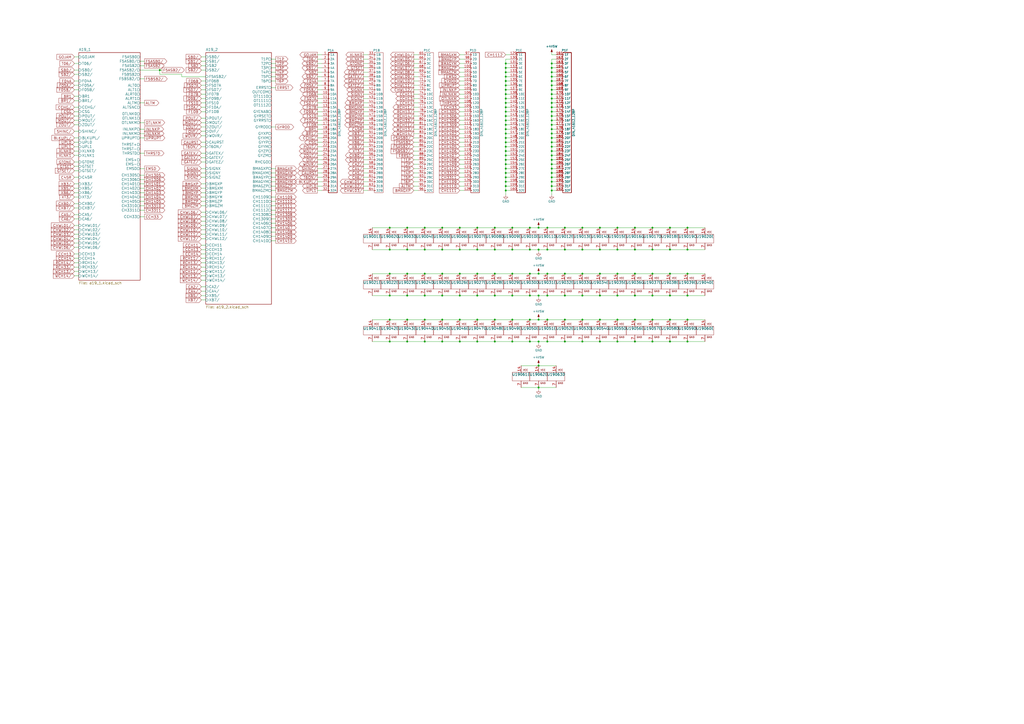
<source format=kicad_sch>
(kicad_sch (version 20211123) (generator eeschema)
  (paper "A2")
  (junction (at 320.04 44.45))
  (junction (at 293.37 105.41))
  (junction (at 320.04 97.79))
  (junction (at 297.18 185.42))
  (junction (at 236.22 198.12))
  (junction (at 293.37 77.47))
  (junction (at 297.18 198.12))
  (junction (at 287.02 198.12))
  (junction (at 320.04 69.85))
  (junction (at 320.04 62.23))
  (junction (at 388.62 185.42))
  (junction (at 320.04 74.93))
  (junction (at 276.86 171.45))
  (junction (at 398.78 171.45))
  (junction (at 297.18 132.08))
  (junction (at 297.18 171.45))
  (junction (at 307.34 198.12))
  (junction (at 327.66 132.08))
  (junction (at 327.66 158.75))
  (junction (at 312.42 171.45))
  (junction (at 347.98 132.08))
  (junction (at 293.37 80.01))
  (junction (at 266.7 132.08))
  (junction (at 293.37 110.49))
  (junction (at 293.37 82.55))
  (junction (at 378.46 198.12))
  (junction (at 293.37 107.95))
  (junction (at 320.04 72.39))
  (junction (at 320.04 36.83))
  (junction (at 266.7 158.75))
  (junction (at 388.62 198.12))
  (junction (at 347.98 185.42))
  (junction (at 293.37 85.09))
  (junction (at 226.06 198.12))
  (junction (at 293.37 102.87))
  (junction (at 236.22 144.78))
  (junction (at 327.66 185.42))
  (junction (at 337.82 171.45))
  (junction (at 398.78 132.08))
  (junction (at 378.46 132.08))
  (junction (at 317.5 185.42))
  (junction (at 320.04 80.01))
  (junction (at 256.54 171.45))
  (junction (at 92.71 40.64))
  (junction (at 287.02 158.75))
  (junction (at 317.5 171.45))
  (junction (at 293.37 39.37))
  (junction (at 256.54 144.78))
  (junction (at 236.22 185.42))
  (junction (at 358.14 158.75))
  (junction (at 398.78 144.78))
  (junction (at 293.37 36.83))
  (junction (at 266.7 185.42))
  (junction (at 246.38 144.78))
  (junction (at 337.82 144.78))
  (junction (at 368.3 171.45))
  (junction (at 226.06 171.45))
  (junction (at 320.04 107.95))
  (junction (at 320.04 49.53))
  (junction (at 293.37 59.69))
  (junction (at 320.04 57.15))
  (junction (at 368.3 144.78))
  (junction (at 307.34 144.78))
  (junction (at 293.37 74.93))
  (junction (at 320.04 110.49))
  (junction (at 293.37 41.91))
  (junction (at 312.42 132.08))
  (junction (at 307.34 185.42))
  (junction (at 327.66 171.45))
  (junction (at 358.14 185.42))
  (junction (at 246.38 171.45))
  (junction (at 276.86 185.42))
  (junction (at 320.04 95.25))
  (junction (at 293.37 72.39))
  (junction (at 312.42 212.09))
  (junction (at 293.37 69.85))
  (junction (at 293.37 92.71))
  (junction (at 293.37 97.79))
  (junction (at 287.02 144.78))
  (junction (at 327.66 198.12))
  (junction (at 312.42 158.75))
  (junction (at 293.37 90.17))
  (junction (at 347.98 144.78))
  (junction (at 347.98 158.75))
  (junction (at 266.7 144.78))
  (junction (at 226.06 158.75))
  (junction (at 347.98 171.45))
  (junction (at 320.04 67.31))
  (junction (at 320.04 52.07))
  (junction (at 358.14 132.08))
  (junction (at 276.86 198.12))
  (junction (at 317.5 132.08))
  (junction (at 293.37 57.15))
  (junction (at 236.22 158.75))
  (junction (at 226.06 185.42))
  (junction (at 398.78 185.42))
  (junction (at 320.04 82.55))
  (junction (at 327.66 144.78))
  (junction (at 297.18 144.78))
  (junction (at 320.04 39.37))
  (junction (at 337.82 132.08))
  (junction (at 287.02 185.42))
  (junction (at 320.04 59.69))
  (junction (at 226.06 132.08))
  (junction (at 388.62 132.08))
  (junction (at 337.82 158.75))
  (junction (at 337.82 198.12))
  (junction (at 320.04 54.61))
  (junction (at 256.54 132.08))
  (junction (at 246.38 132.08))
  (junction (at 246.38 158.75))
  (junction (at 236.22 132.08))
  (junction (at 246.38 198.12))
  (junction (at 307.34 132.08))
  (junction (at 347.98 198.12))
  (junction (at 312.42 144.78))
  (junction (at 317.5 198.12))
  (junction (at 293.37 49.53))
  (junction (at 398.78 198.12))
  (junction (at 337.82 185.42))
  (junction (at 293.37 54.61))
  (junction (at 236.22 171.45))
  (junction (at 368.3 132.08))
  (junction (at 256.54 158.75))
  (junction (at 246.38 185.42))
  (junction (at 317.5 158.75))
  (junction (at 378.46 185.42))
  (junction (at 320.04 102.87))
  (junction (at 368.3 185.42))
  (junction (at 388.62 171.45))
  (junction (at 293.37 67.31))
  (junction (at 312.42 198.12))
  (junction (at 320.04 64.77))
  (junction (at 320.04 77.47))
  (junction (at 266.7 171.45))
  (junction (at 320.04 46.99))
  (junction (at 256.54 198.12))
  (junction (at 368.3 158.75))
  (junction (at 388.62 158.75))
  (junction (at 398.78 158.75))
  (junction (at 320.04 100.33))
  (junction (at 368.3 198.12))
  (junction (at 293.37 52.07))
  (junction (at 307.34 158.75))
  (junction (at 297.18 158.75))
  (junction (at 307.34 171.45))
  (junction (at 378.46 144.78))
  (junction (at 358.14 144.78))
  (junction (at 320.04 90.17))
  (junction (at 312.42 224.79))
  (junction (at 388.62 144.78))
  (junction (at 226.06 144.78))
  (junction (at 293.37 44.45))
  (junction (at 293.37 95.25))
  (junction (at 358.14 171.45))
  (junction (at 276.86 158.75))
  (junction (at 320.04 105.41))
  (junction (at 293.37 62.23))
  (junction (at 256.54 185.42))
  (junction (at 293.37 46.99))
  (junction (at 276.86 144.78))
  (junction (at 312.42 185.42))
  (junction (at 320.04 41.91))
  (junction (at 320.04 92.71))
  (junction (at 266.7 198.12))
  (junction (at 287.02 132.08))
  (junction (at 317.5 144.78))
  (junction (at 358.14 198.12))
  (junction (at 293.37 64.77))
  (junction (at 287.02 171.45))
  (junction (at 378.46 158.75))
  (junction (at 320.04 87.63))
  (junction (at 276.86 132.08))
  (junction (at 378.46 171.45))
  (junction (at 320.04 85.09))
  (junction (at 293.37 87.63))
  (junction (at 293.37 100.33))
  (wire (pts (xy 293.37 80.01) (xy 295.91 80.01)))
  (wire (pts (xy 320.04 64.77) (xy 320.04 67.31)))
  (wire (pts (xy 293.37 57.15) (xy 293.37 59.69)))
  (wire (pts (xy 45.72 160.02) (xy 43.18 160.02)))
  (wire (pts (xy 358.14 171.45) (xy 368.3 171.45)))
  (wire (pts (xy 119.38 85.09) (xy 116.84 85.09)))
  (wire (pts (xy 246.38 198.12) (xy 256.54 198.12)))
  (wire (pts (xy 388.62 158.75) (xy 398.78 158.75)))
  (wire (pts (xy 157.48 121.92) (xy 160.02 121.92)))
  (wire (pts (xy 269.24 41.91) (xy 266.7 41.91)))
  (wire (pts (xy 269.24 102.87) (xy 266.7 102.87)))
  (wire (pts (xy 320.04 110.49) (xy 322.58 110.49)))
  (wire (pts (xy 320.04 107.95) (xy 320.04 110.49)))
  (wire (pts (xy 119.38 59.69) (xy 116.84 59.69)))
  (wire (pts (xy 293.37 49.53) (xy 293.37 52.07)))
  (wire (pts (xy 45.72 82.55) (xy 43.18 82.55)))
  (wire (pts (xy 186.69 49.53) (xy 184.15 49.53)))
  (wire (pts (xy 287.02 198.12) (xy 297.18 198.12)))
  (wire (pts (xy 320.04 64.77) (xy 322.58 64.77)))
  (wire (pts (xy 293.37 87.63) (xy 295.91 87.63)))
  (wire (pts (xy 368.3 132.08) (xy 378.46 132.08)))
  (wire (pts (xy 213.36 77.47) (xy 210.82 77.47)))
  (wire (pts (xy 119.38 135.89) (xy 116.84 135.89)))
  (wire (pts (xy 45.72 62.23) (xy 43.18 62.23)))
  (wire (pts (xy 293.37 62.23) (xy 295.91 62.23)))
  (wire (pts (xy 157.48 139.7) (xy 160.02 139.7)))
  (wire (pts (xy 81.28 97.79) (xy 83.82 97.79)))
  (wire (pts (xy 119.38 82.55) (xy 116.84 82.55)))
  (wire (pts (xy 213.36 57.15) (xy 210.82 57.15)))
  (wire (pts (xy 105.41 43.18) (xy 105.41 44.45)))
  (wire (pts (xy 293.37 100.33) (xy 295.91 100.33)))
  (wire (pts (xy 276.86 185.42) (xy 287.02 185.42)))
  (wire (pts (xy 293.37 85.09) (xy 295.91 85.09)))
  (wire (pts (xy 293.37 52.07) (xy 295.91 52.07)))
  (wire (pts (xy 119.38 35.56) (xy 116.84 35.56)))
  (wire (pts (xy 276.86 158.75) (xy 287.02 158.75)))
  (wire (pts (xy 157.48 34.29) (xy 160.02 34.29)))
  (wire (pts (xy 45.72 58.42) (xy 43.18 58.42)))
  (wire (pts (xy 320.04 54.61) (xy 320.04 57.15)))
  (wire (pts (xy 186.69 36.83) (xy 184.15 36.83)))
  (wire (pts (xy 45.72 36.83) (xy 43.18 36.83)))
  (wire (pts (xy 320.04 44.45) (xy 322.58 44.45)))
  (wire (pts (xy 215.9 198.12) (xy 226.06 198.12)))
  (wire (pts (xy 45.72 140.97) (xy 43.18 140.97)))
  (wire (pts (xy 246.38 158.75) (xy 256.54 158.75)))
  (wire (pts (xy 215.9 171.45) (xy 226.06 171.45)))
  (wire (pts (xy 269.24 107.95) (xy 266.7 107.95)))
  (wire (pts (xy 269.24 69.85) (xy 266.7 69.85)))
  (wire (pts (xy 327.66 132.08) (xy 337.82 132.08)))
  (wire (pts (xy 293.37 59.69) (xy 295.91 59.69)))
  (wire (pts (xy 45.72 76.2) (xy 43.18 76.2)))
  (wire (pts (xy 186.69 105.41) (xy 184.15 105.41)))
  (wire (pts (xy 269.24 62.23) (xy 266.7 62.23)))
  (wire (pts (xy 320.04 39.37) (xy 322.58 39.37)))
  (wire (pts (xy 157.48 116.84) (xy 160.02 116.84)))
  (wire (pts (xy 119.38 119.38) (xy 116.84 119.38)))
  (wire (pts (xy 293.37 107.95) (xy 293.37 110.49)))
  (wire (pts (xy 45.72 87.63) (xy 43.18 87.63)))
  (wire (pts (xy 276.86 132.08) (xy 287.02 132.08)))
  (wire (pts (xy 287.02 132.08) (xy 297.18 132.08)))
  (wire (pts (xy 213.36 95.25) (xy 210.82 95.25)))
  (wire (pts (xy 269.24 105.41) (xy 266.7 105.41)))
  (wire (pts (xy 213.36 72.39) (xy 210.82 72.39)))
  (wire (pts (xy 157.48 41.91) (xy 160.02 41.91)))
  (wire (pts (xy 45.72 55.88) (xy 43.18 55.88)))
  (wire (pts (xy 287.02 158.75) (xy 297.18 158.75)))
  (wire (pts (xy 320.04 34.29) (xy 320.04 36.83)))
  (wire (pts (xy 186.69 31.75) (xy 184.15 31.75)))
  (wire (pts (xy 242.57 59.69) (xy 240.03 59.69)))
  (wire (pts (xy 213.36 85.09) (xy 210.82 85.09)))
  (wire (pts (xy 276.86 144.78) (xy 287.02 144.78)))
  (wire (pts (xy 256.54 171.45) (xy 266.7 171.45)))
  (wire (pts (xy 45.72 157.48) (xy 43.18 157.48)))
  (wire (pts (xy 293.37 44.45) (xy 295.91 44.45)))
  (wire (pts (xy 269.24 92.71) (xy 266.7 92.71)))
  (wire (pts (xy 186.69 95.25) (xy 184.15 95.25)))
  (wire (pts (xy 320.04 62.23) (xy 320.04 64.77)))
  (wire (pts (xy 320.04 72.39) (xy 320.04 74.93)))
  (wire (pts (xy 81.28 71.12) (xy 83.82 71.12)))
  (wire (pts (xy 287.02 144.78) (xy 297.18 144.78)))
  (wire (pts (xy 92.71 40.64) (xy 92.71 43.18)))
  (wire (pts (xy 368.3 158.75) (xy 378.46 158.75)))
  (wire (pts (xy 242.57 62.23) (xy 240.03 62.23)))
  (wire (pts (xy 388.62 171.45) (xy 398.78 171.45)))
  (wire (pts (xy 307.34 198.12) (xy 312.42 198.12)))
  (wire (pts (xy 186.69 77.47) (xy 184.15 77.47)))
  (wire (pts (xy 81.28 119.38) (xy 83.82 119.38)))
  (wire (pts (xy 119.38 116.84) (xy 116.84 116.84)))
  (wire (pts (xy 186.69 44.45) (xy 184.15 44.45)))
  (wire (pts (xy 246.38 185.42) (xy 256.54 185.42)))
  (wire (pts (xy 186.69 62.23) (xy 184.15 62.23)))
  (wire (pts (xy 320.04 82.55) (xy 320.04 85.09)))
  (wire (pts (xy 320.04 59.69) (xy 322.58 59.69)))
  (wire (pts (xy 297.18 185.42) (xy 307.34 185.42)))
  (wire (pts (xy 269.24 100.33) (xy 266.7 100.33)))
  (wire (pts (xy 186.69 52.07) (xy 184.15 52.07)))
  (wire (pts (xy 320.04 36.83) (xy 320.04 39.37)))
  (wire (pts (xy 186.69 67.31) (xy 184.15 67.31)))
  (wire (pts (xy 119.38 162.56) (xy 116.84 162.56)))
  (wire (pts (xy 293.37 107.95) (xy 295.91 107.95)))
  (wire (pts (xy 186.69 102.87) (xy 184.15 102.87)))
  (wire (pts (xy 293.37 34.29) (xy 293.37 36.83)))
  (wire (pts (xy 337.82 158.75) (xy 347.98 158.75)))
  (wire (pts (xy 269.24 87.63) (xy 266.7 87.63)))
  (wire (pts (xy 293.37 49.53) (xy 295.91 49.53)))
  (wire (pts (xy 119.38 173.99) (xy 116.84 173.99)))
  (wire (pts (xy 266.7 144.78) (xy 276.86 144.78)))
  (wire (pts (xy 242.57 41.91) (xy 240.03 41.91)))
  (wire (pts (xy 256.54 158.75) (xy 266.7 158.75)))
  (wire (pts (xy 312.42 198.12) (xy 312.42 199.39)))
  (wire (pts (xy 45.72 118.11) (xy 43.18 118.11)))
  (wire (pts (xy 320.04 72.39) (xy 322.58 72.39)))
  (wire (pts (xy 45.72 67.31) (xy 43.18 67.31)))
  (wire (pts (xy 213.36 49.53) (xy 210.82 49.53)))
  (wire (pts (xy 293.37 110.49) (xy 295.91 110.49)))
  (wire (pts (xy 242.57 31.75) (xy 240.03 31.75)))
  (wire (pts (xy 312.42 212.09) (xy 322.58 212.09)))
  (wire (pts (xy 246.38 171.45) (xy 256.54 171.45)))
  (wire (pts (xy 242.57 82.55) (xy 240.03 82.55)))
  (wire (pts (xy 320.04 46.99) (xy 320.04 49.53)))
  (wire (pts (xy 119.38 102.87) (xy 116.84 102.87)))
  (wire (pts (xy 45.72 124.46) (xy 43.18 124.46)))
  (wire (pts (xy 186.69 39.37) (xy 184.15 39.37)))
  (wire (pts (xy 81.28 109.22) (xy 83.82 109.22)))
  (wire (pts (xy 242.57 49.53) (xy 240.03 49.53)))
  (wire (pts (xy 119.38 71.12) (xy 116.84 71.12)))
  (wire (pts (xy 266.7 198.12) (xy 276.86 198.12)))
  (wire (pts (xy 45.72 93.98) (xy 43.18 93.98)))
  (wire (pts (xy 242.57 80.01) (xy 240.03 80.01)))
  (wire (pts (xy 157.48 119.38) (xy 160.02 119.38)))
  (wire (pts (xy 186.69 54.61) (xy 184.15 54.61)))
  (wire (pts (xy 242.57 54.61) (xy 240.03 54.61)))
  (wire (pts (xy 317.5 158.75) (xy 327.66 158.75)))
  (wire (pts (xy 213.36 82.55) (xy 210.82 82.55)))
  (wire (pts (xy 293.37 69.85) (xy 293.37 72.39)))
  (wire (pts (xy 45.72 138.43) (xy 43.18 138.43)))
  (wire (pts (xy 320.04 102.87) (xy 320.04 105.41)))
  (wire (pts (xy 320.04 100.33) (xy 320.04 102.87)))
  (wire (pts (xy 368.3 144.78) (xy 378.46 144.78)))
  (wire (pts (xy 378.46 144.78) (xy 388.62 144.78)))
  (wire (pts (xy 293.37 95.25) (xy 293.37 97.79)))
  (wire (pts (xy 293.37 59.69) (xy 293.37 62.23)))
  (wire (pts (xy 157.48 97.79) (xy 160.02 97.79)))
  (wire (pts (xy 45.72 114.3) (xy 43.18 114.3)))
  (wire (pts (xy 320.04 67.31) (xy 322.58 67.31)))
  (wire (pts (xy 327.66 198.12) (xy 337.82 198.12)))
  (wire (pts (xy 320.04 57.15) (xy 320.04 59.69)))
  (wire (pts (xy 302.26 212.09) (xy 312.42 212.09)))
  (wire (pts (xy 269.24 59.69) (xy 266.7 59.69)))
  (wire (pts (xy 378.46 158.75) (xy 388.62 158.75)))
  (wire (pts (xy 242.57 46.99) (xy 240.03 46.99)))
  (wire (pts (xy 312.42 224.79) (xy 322.58 224.79)))
  (wire (pts (xy 157.48 132.08) (xy 160.02 132.08)))
  (wire (pts (xy 368.3 198.12) (xy 378.46 198.12)))
  (wire (pts (xy 287.02 185.42) (xy 297.18 185.42)))
  (wire (pts (xy 186.69 41.91) (xy 184.15 41.91)))
  (wire (pts (xy 45.72 40.64) (xy 43.18 40.64)))
  (wire (pts (xy 157.48 44.45) (xy 160.02 44.45)))
  (wire (pts (xy 81.28 121.92) (xy 83.82 121.92)))
  (wire (pts (xy 226.06 132.08) (xy 236.22 132.08)))
  (wire (pts (xy 293.37 77.47) (xy 295.91 77.47)))
  (wire (pts (xy 119.38 91.44) (xy 116.84 91.44)))
  (wire (pts (xy 269.24 52.07) (xy 266.7 52.07)))
  (wire (pts (xy 186.69 69.85) (xy 184.15 69.85)))
  (wire (pts (xy 293.37 64.77) (xy 293.37 67.31)))
  (wire (pts (xy 398.78 185.42) (xy 408.94 185.42)))
  (wire (pts (xy 312.42 210.82) (xy 312.42 212.09)))
  (wire (pts (xy 320.04 74.93) (xy 322.58 74.93)))
  (wire (pts (xy 307.34 132.08) (xy 312.42 132.08)))
  (wire (pts (xy 398.78 132.08) (xy 408.94 132.08)))
  (wire (pts (xy 378.46 185.42) (xy 388.62 185.42)))
  (wire (pts (xy 45.72 43.18) (xy 43.18 43.18)))
  (wire (pts (xy 297.18 132.08) (xy 307.34 132.08)))
  (wire (pts (xy 119.38 123.19) (xy 116.84 123.19)))
  (wire (pts (xy 320.04 74.93) (xy 320.04 77.47)))
  (wire (pts (xy 157.48 124.46) (xy 160.02 124.46)))
  (wire (pts (xy 45.72 69.85) (xy 43.18 69.85)))
  (wire (pts (xy 358.14 158.75) (xy 368.3 158.75)))
  (wire (pts (xy 45.72 80.01) (xy 43.18 80.01)))
  (wire (pts (xy 320.04 44.45) (xy 320.04 46.99)))
  (wire (pts (xy 269.24 85.09) (xy 266.7 85.09)))
  (wire (pts (xy 119.38 97.79) (xy 116.84 97.79)))
  (wire (pts (xy 312.42 158.75) (xy 317.5 158.75)))
  (wire (pts (xy 398.78 144.78) (xy 408.94 144.78)))
  (wire (pts (xy 347.98 185.42) (xy 358.14 185.42)))
  (wire (pts (xy 398.78 158.75) (xy 408.94 158.75)))
  (wire (pts (xy 269.24 82.55) (xy 266.7 82.55)))
  (wire (pts (xy 269.24 80.01) (xy 266.7 80.01)))
  (wire (pts (xy 119.38 64.77) (xy 116.84 64.77)))
  (wire (pts (xy 92.71 43.18) (xy 105.41 43.18)))
  (wire (pts (xy 269.24 72.39) (xy 266.7 72.39)))
  (wire (pts (xy 226.06 185.42) (xy 236.22 185.42)))
  (wire (pts (xy 92.71 40.64) (xy 93.98 40.64)))
  (wire (pts (xy 119.38 138.43) (xy 116.84 138.43)))
  (wire (pts (xy 215.9 158.75) (xy 226.06 158.75)))
  (wire (pts (xy 320.04 95.25) (xy 322.58 95.25)))
  (wire (pts (xy 45.72 154.94) (xy 43.18 154.94)))
  (wire (pts (xy 266.7 132.08) (xy 276.86 132.08)))
  (wire (pts (xy 81.28 80.01) (xy 83.82 80.01)))
  (wire (pts (xy 398.78 171.45) (xy 408.94 171.45)))
  (wire (pts (xy 320.04 57.15) (xy 322.58 57.15)))
  (wire (pts (xy 186.69 85.09) (xy 184.15 85.09)))
  (wire (pts (xy 226.06 171.45) (xy 236.22 171.45)))
  (wire (pts (xy 242.57 52.07) (xy 240.03 52.07)))
  (wire (pts (xy 186.69 64.77) (xy 184.15 64.77)))
  (wire (pts (xy 213.36 31.75) (xy 210.82 31.75)))
  (wire (pts (xy 119.38 76.2) (xy 116.84 76.2)))
  (wire (pts (xy 358.14 132.08) (xy 368.3 132.08)))
  (wire (pts (xy 157.48 114.3) (xy 160.02 114.3)))
  (wire (pts (xy 293.37 100.33) (xy 293.37 102.87)))
  (wire (pts (xy 45.72 85.09) (xy 43.18 85.09)))
  (wire (pts (xy 295.91 34.29) (xy 293.37 34.29)))
  (wire (pts (xy 312.42 144.78) (xy 312.42 146.05)))
  (wire (pts (xy 293.37 36.83) (xy 295.91 36.83)))
  (wire (pts (xy 119.38 166.37) (xy 116.84 166.37)))
  (wire (pts (xy 297.18 171.45) (xy 307.34 171.45)))
  (wire (pts (xy 213.36 92.71) (xy 210.82 92.71)))
  (wire (pts (xy 45.72 111.76) (xy 43.18 111.76)))
  (wire (pts (xy 378.46 171.45) (xy 388.62 171.45)))
  (wire (pts (xy 215.9 132.08) (xy 226.06 132.08)))
  (wire (pts (xy 81.28 38.1) (xy 83.82 38.1)))
  (wire (pts (xy 293.37 74.93) (xy 293.37 77.47)))
  (wire (pts (xy 320.04 80.01) (xy 322.58 80.01)))
  (wire (pts (xy 347.98 144.78) (xy 358.14 144.78)))
  (wire (pts (xy 269.24 57.15) (xy 266.7 57.15)))
  (wire (pts (xy 320.04 46.99) (xy 322.58 46.99)))
  (wire (pts (xy 317.5 198.12) (xy 327.66 198.12)))
  (wire (pts (xy 347.98 198.12) (xy 358.14 198.12)))
  (wire (pts (xy 119.38 130.81) (xy 116.84 130.81)))
  (wire (pts (xy 312.42 130.81) (xy 312.42 132.08)))
  (wire (pts (xy 81.28 45.72) (xy 83.82 45.72)))
  (wire (pts (xy 337.82 171.45) (xy 347.98 171.45)))
  (wire (pts (xy 320.04 87.63) (xy 322.58 87.63)))
  (wire (pts (xy 293.37 97.79) (xy 293.37 100.33)))
  (wire (pts (xy 213.36 54.61) (xy 210.82 54.61)))
  (wire (pts (xy 293.37 41.91) (xy 293.37 44.45)))
  (wire (pts (xy 242.57 102.87) (xy 240.03 102.87)))
  (wire (pts (xy 81.28 77.47) (xy 83.82 77.47)))
  (wire (pts (xy 320.04 107.95) (xy 322.58 107.95)))
  (wire (pts (xy 307.34 158.75) (xy 312.42 158.75)))
  (wire (pts (xy 302.26 224.79) (xy 312.42 224.79)))
  (wire (pts (xy 157.48 134.62) (xy 160.02 134.62)))
  (wire (pts (xy 242.57 77.47) (xy 240.03 77.47)))
  (wire (pts (xy 269.24 97.79) (xy 266.7 97.79)))
  (wire (pts (xy 293.37 95.25) (xy 295.91 95.25)))
  (wire (pts (xy 81.28 88.9) (xy 83.82 88.9)))
  (wire (pts (xy 45.72 135.89) (xy 43.18 135.89)))
  (wire (pts (xy 312.42 144.78) (xy 317.5 144.78)))
  (wire (pts (xy 81.28 125.73) (xy 83.82 125.73)))
  (wire (pts (xy 322.58 34.29) (xy 320.04 34.29)))
  (wire (pts (xy 358.14 185.42) (xy 368.3 185.42)))
  (wire (pts (xy 186.69 57.15) (xy 184.15 57.15)))
  (wire (pts (xy 81.28 111.76) (xy 83.82 111.76)))
  (wire (pts (xy 119.38 33.02) (xy 116.84 33.02)))
  (wire (pts (xy 320.04 31.75) (xy 320.04 30.48)))
  (wire (pts (xy 320.04 90.17) (xy 320.04 92.71)))
  (wire (pts (xy 81.28 101.6) (xy 83.82 101.6)))
  (wire (pts (xy 307.34 171.45) (xy 312.42 171.45)))
  (wire (pts (xy 293.37 72.39) (xy 293.37 74.93)))
  (wire (pts (xy 157.48 102.87) (xy 160.02 102.87)))
  (wire (pts (xy 320.04 69.85) (xy 320.04 72.39)))
  (wire (pts (xy 213.36 62.23) (xy 210.82 62.23)))
  (wire (pts (xy 226.06 198.12) (xy 236.22 198.12)))
  (wire (pts (xy 215.9 144.78) (xy 226.06 144.78)))
  (wire (pts (xy 320.04 92.71) (xy 320.04 95.25)))
  (wire (pts (xy 186.69 97.79) (xy 184.15 97.79)))
  (wire (pts (xy 388.62 144.78) (xy 398.78 144.78)))
  (wire (pts (xy 320.04 49.53) (xy 320.04 52.07)))
  (wire (pts (xy 327.66 185.42) (xy 337.82 185.42)))
  (wire (pts (xy 213.36 69.85) (xy 210.82 69.85)))
  (wire (pts (xy 368.3 185.42) (xy 378.46 185.42)))
  (wire (pts (xy 269.24 36.83) (xy 266.7 36.83)))
  (wire (pts (xy 242.57 74.93) (xy 240.03 74.93)))
  (wire (pts (xy 320.04 39.37) (xy 320.04 41.91)))
  (wire (pts (xy 320.04 52.07) (xy 322.58 52.07)))
  (wire (pts (xy 81.28 104.14) (xy 83.82 104.14)))
  (wire (pts (xy 312.42 171.45) (xy 312.42 172.72)))
  (wire (pts (xy 242.57 34.29) (xy 240.03 34.29)))
  (wire (pts (xy 119.38 62.23) (xy 116.84 62.23)))
  (wire (pts (xy 119.38 168.91) (xy 116.84 168.91)))
  (wire (pts (xy 269.24 49.53) (xy 266.7 49.53)))
  (wire (pts (xy 242.57 44.45) (xy 240.03 44.45)))
  (wire (pts (xy 312.42 184.15) (xy 312.42 185.42)))
  (wire (pts (xy 119.38 142.24) (xy 116.84 142.24)))
  (wire (pts (xy 293.37 90.17) (xy 295.91 90.17)))
  (wire (pts (xy 119.38 144.78) (xy 116.84 144.78)))
  (wire (pts (xy 293.37 44.45) (xy 293.37 46.99)))
  (wire (pts (xy 236.22 185.42) (xy 246.38 185.42)))
  (wire (pts (xy 157.48 39.37) (xy 160.02 39.37)))
  (wire (pts (xy 45.72 52.07) (xy 43.18 52.07)))
  (wire (pts (xy 157.48 100.33) (xy 160.02 100.33)))
  (wire (pts (xy 320.04 85.09) (xy 322.58 85.09)))
  (wire (pts (xy 317.5 171.45) (xy 327.66 171.45)))
  (wire (pts (xy 45.72 147.32) (xy 43.18 147.32)))
  (wire (pts (xy 388.62 185.42) (xy 398.78 185.42)))
  (wire (pts (xy 213.36 59.69) (xy 210.82 59.69)))
  (wire (pts (xy 293.37 105.41) (xy 293.37 107.95)))
  (wire (pts (xy 358.14 144.78) (xy 368.3 144.78)))
  (wire (pts (xy 320.04 41.91) (xy 322.58 41.91)))
  (wire (pts (xy 45.72 96.52) (xy 43.18 96.52)))
  (wire (pts (xy 269.24 67.31) (xy 266.7 67.31)))
  (wire (pts (xy 45.72 127) (xy 43.18 127)))
  (wire (pts (xy 320.04 77.47) (xy 322.58 77.47)))
  (wire (pts (xy 236.22 171.45) (xy 246.38 171.45)))
  (wire (pts (xy 119.38 93.98) (xy 116.84 93.98)))
  (wire (pts (xy 213.36 44.45) (xy 210.82 44.45)))
  (wire (pts (xy 293.37 74.93) (xy 295.91 74.93)))
  (wire (pts (xy 45.72 49.53) (xy 43.18 49.53)))
  (wire (pts (xy 269.24 74.93) (xy 266.7 74.93)))
  (wire (pts (xy 320.04 69.85) (xy 322.58 69.85)))
  (wire (pts (xy 297.18 158.75) (xy 307.34 158.75)))
  (wire (pts (xy 320.04 90.17) (xy 322.58 90.17)))
  (wire (pts (xy 295.91 31.75) (xy 293.37 31.75)))
  (wire (pts (xy 293.37 64.77) (xy 295.91 64.77)))
  (wire (pts (xy 320.04 77.47) (xy 320.04 80.01)))
  (wire (pts (xy 246.38 144.78) (xy 256.54 144.78)))
  (wire (pts (xy 81.28 114.3) (xy 83.82 114.3)))
  (wire (pts (xy 293.37 39.37) (xy 295.91 39.37)))
  (wire (pts (xy 119.38 157.48) (xy 116.84 157.48)))
  (wire (pts (xy 320.04 97.79) (xy 320.04 100.33)))
  (wire (pts (xy 293.37 41.91) (xy 295.91 41.91)))
  (wire (pts (xy 269.24 110.49) (xy 266.7 110.49)))
  (wire (pts (xy 293.37 62.23) (xy 293.37 64.77)))
  (wire (pts (xy 119.38 125.73) (xy 116.84 125.73)))
  (wire (pts (xy 320.04 105.41) (xy 320.04 107.95)))
  (wire (pts (xy 45.72 33.02) (xy 43.18 33.02)))
  (wire (pts (xy 119.38 88.9) (xy 116.84 88.9)))
  (wire (pts (xy 293.37 105.41) (xy 295.91 105.41)))
  (wire (pts (xy 119.38 38.1) (xy 116.84 38.1)))
  (wire (pts (xy 269.24 31.75) (xy 266.7 31.75)))
  (wire (pts (xy 269.24 46.99) (xy 266.7 46.99)))
  (wire (pts (xy 293.37 92.71) (xy 295.91 92.71)))
  (wire (pts (xy 378.46 132.08) (xy 388.62 132.08)))
  (wire (pts (xy 213.36 39.37) (xy 210.82 39.37)))
  (wire (pts (xy 186.69 107.95) (xy 184.15 107.95)))
  (wire (pts (xy 186.69 34.29) (xy 184.15 34.29)))
  (wire (pts (xy 287.02 171.45) (xy 297.18 171.45)))
  (wire (pts (xy 45.72 90.17) (xy 43.18 90.17)))
  (wire (pts (xy 312.42 157.48) (xy 312.42 158.75)))
  (wire (pts (xy 337.82 198.12) (xy 347.98 198.12)))
  (wire (pts (xy 256.54 185.42) (xy 266.7 185.42)))
  (wire (pts (xy 236.22 144.78) (xy 246.38 144.78)))
  (wire (pts (xy 320.04 52.07) (xy 320.04 54.61)))
  (wire (pts (xy 119.38 128.27) (xy 116.84 128.27)))
  (wire (pts (xy 269.24 95.25) (xy 266.7 95.25)))
  (wire (pts (xy 337.82 132.08) (xy 347.98 132.08)))
  (wire (pts (xy 226.06 158.75) (xy 236.22 158.75)))
  (wire (pts (xy 320.04 110.49) (xy 320.04 113.03)))
  (wire (pts (xy 157.48 110.49) (xy 160.02 110.49)))
  (wire (pts (xy 242.57 87.63) (xy 240.03 87.63)))
  (wire (pts (xy 293.37 54.61) (xy 293.37 57.15)))
  (wire (pts (xy 269.24 44.45) (xy 266.7 44.45)))
  (wire (pts (xy 45.72 106.68) (xy 43.18 106.68)))
  (wire (pts (xy 293.37 72.39) (xy 295.91 72.39)))
  (wire (pts (xy 320.04 105.41) (xy 322.58 105.41)))
  (wire (pts (xy 276.86 198.12) (xy 287.02 198.12)))
  (wire (pts (xy 186.69 110.49) (xy 184.15 110.49)))
  (wire (pts (xy 157.48 46.99) (xy 160.02 46.99)))
  (wire (pts (xy 269.24 90.17) (xy 266.7 90.17)))
  (wire (pts (xy 312.42 132.08) (xy 317.5 132.08)))
  (wire (pts (xy 256.54 144.78) (xy 266.7 144.78)))
  (wire (pts (xy 213.36 80.01) (xy 210.82 80.01)))
  (wire (pts (xy 293.37 102.87) (xy 295.91 102.87)))
  (wire (pts (xy 368.3 171.45) (xy 378.46 171.45)))
  (wire (pts (xy 293.37 80.01) (xy 293.37 82.55)))
  (wire (pts (xy 358.14 198.12) (xy 368.3 198.12)))
  (wire (pts (xy 213.36 90.17) (xy 210.82 90.17)))
  (wire (pts (xy 119.38 73.66) (xy 116.84 73.66)))
  (wire (pts (xy 317.5 132.08) (xy 327.66 132.08)))
  (wire (pts (xy 119.38 100.33) (xy 116.84 100.33)))
  (wire (pts (xy 307.34 185.42) (xy 312.42 185.42)))
  (wire (pts (xy 81.28 106.68) (xy 83.82 106.68)))
  (wire (pts (xy 186.69 100.33) (xy 184.15 100.33)))
  (wire (pts (xy 293.37 97.79) (xy 295.91 97.79)))
  (wire (pts (xy 242.57 107.95) (xy 240.03 107.95)))
  (wire (pts (xy 226.06 144.78) (xy 236.22 144.78)))
  (wire (pts (xy 119.38 147.32) (xy 116.84 147.32)))
  (wire (pts (xy 320.04 95.25) (xy 320.04 97.79)))
  (wire (pts (xy 157.48 129.54) (xy 160.02 129.54)))
  (wire (pts (xy 327.66 144.78) (xy 337.82 144.78)))
  (wire (pts (xy 312.42 185.42) (xy 317.5 185.42)))
  (wire (pts (xy 242.57 97.79) (xy 240.03 97.79)))
  (wire (pts (xy 266.7 171.45) (xy 276.86 171.45)))
  (wire (pts (xy 322.58 31.75) (xy 320.04 31.75)))
  (wire (pts (xy 293.37 90.17) (xy 293.37 92.71)))
  (wire (pts (xy 242.57 90.17) (xy 240.03 90.17)))
  (wire (pts (xy 312.42 224.79) (xy 312.42 226.06)))
  (wire (pts (xy 293.37 57.15) (xy 295.91 57.15)))
  (wire (pts (xy 320.04 54.61) (xy 322.58 54.61)))
  (wire (pts (xy 119.38 149.86) (xy 116.84 149.86)))
  (wire (pts (xy 236.22 198.12) (xy 246.38 198.12)))
  (wire (pts (xy 157.48 50.8) (xy 160.02 50.8)))
  (wire (pts (xy 45.72 133.35) (xy 43.18 133.35)))
  (wire (pts (xy 119.38 154.94) (xy 116.84 154.94)))
  (wire (pts (xy 242.57 100.33) (xy 240.03 100.33)))
  (wire (pts (xy 186.69 46.99) (xy 184.15 46.99)))
  (wire (pts (xy 213.36 52.07) (xy 210.82 52.07)))
  (wire (pts (xy 388.62 132.08) (xy 398.78 132.08)))
  (wire (pts (xy 242.57 105.41) (xy 240.03 105.41)))
  (wire (pts (xy 293.37 39.37) (xy 293.37 41.91)))
  (wire (pts (xy 45.72 149.86) (xy 43.18 149.86)))
  (wire (pts (xy 378.46 198.12) (xy 388.62 198.12)))
  (wire (pts (xy 317.5 185.42) (xy 327.66 185.42)))
  (wire (pts (xy 297.18 144.78) (xy 307.34 144.78)))
  (wire (pts (xy 213.36 105.41) (xy 210.82 105.41)))
  (wire (pts (xy 327.66 171.45) (xy 337.82 171.45)))
  (wire (pts (xy 186.69 72.39) (xy 184.15 72.39)))
  (wire (pts (xy 186.69 82.55) (xy 184.15 82.55)))
  (wire (pts (xy 320.04 100.33) (xy 322.58 100.33)))
  (wire (pts (xy 213.36 34.29) (xy 210.82 34.29)))
  (wire (pts (xy 119.38 78.74) (xy 116.84 78.74)))
  (wire (pts (xy 293.37 36.83) (xy 293.37 39.37)))
  (wire (pts (xy 276.86 171.45) (xy 287.02 171.45)))
  (wire (pts (xy 242.57 69.85) (xy 240.03 69.85)))
  (wire (pts (xy 45.72 64.77) (xy 43.18 64.77)))
  (wire (pts (xy 327.66 158.75) (xy 337.82 158.75)))
  (wire (pts (xy 81.28 116.84) (xy 83.82 116.84)))
  (wire (pts (xy 213.36 110.49) (xy 210.82 110.49)))
  (wire (pts (xy 186.69 59.69) (xy 184.15 59.69)))
  (wire (pts (xy 337.82 144.78) (xy 347.98 144.78)))
  (wire (pts (xy 119.38 109.22) (xy 116.84 109.22)))
  (wire (pts (xy 293.37 54.61) (xy 295.91 54.61)))
  (wire (pts (xy 312.42 171.45) (xy 317.5 171.45)))
  (wire (pts (xy 81.28 40.64) (xy 92.71 40.64)))
  (wire (pts (xy 398.78 198.12) (xy 408.94 198.12)))
  (wire (pts (xy 45.72 152.4) (xy 43.18 152.4)))
  (wire (pts (xy 293.37 67.31) (xy 293.37 69.85)))
  (wire (pts (xy 242.57 36.83) (xy 240.03 36.83)))
  (wire (pts (xy 119.38 171.45) (xy 116.84 171.45)))
  (wire (pts (xy 307.34 144.78) (xy 312.42 144.78)))
  (wire (pts (xy 320.04 92.71) (xy 322.58 92.71)))
  (wire (pts (xy 45.72 46.99) (xy 43.18 46.99)))
  (wire (pts (xy 293.37 85.09) (xy 293.37 87.63)))
  (wire (pts (xy 119.38 68.58) (xy 116.84 68.58)))
  (wire (pts (xy 213.36 41.91) (xy 210.82 41.91)))
  (wire (pts (xy 186.69 87.63) (xy 184.15 87.63)))
  (wire (pts (xy 186.69 92.71) (xy 184.15 92.71)))
  (wire (pts (xy 337.82 185.42) (xy 347.98 185.42)))
  (wire (pts (xy 293.37 46.99) (xy 293.37 49.53)))
  (wire (pts (xy 157.48 137.16) (xy 160.02 137.16)))
  (wire (pts (xy 320.04 87.63) (xy 320.04 90.17)))
  (wire (pts (xy 157.48 107.95) (xy 160.02 107.95)))
  (wire (pts (xy 242.57 72.39) (xy 240.03 72.39)))
  (wire (pts (xy 119.38 52.07) (xy 116.84 52.07)))
  (wire (pts (xy 119.38 46.99) (xy 116.84 46.99)))
  (wire (pts (xy 293.37 52.07) (xy 293.37 54.61)))
  (wire (pts (xy 119.38 111.76) (xy 116.84 111.76)))
  (wire (pts (xy 293.37 82.55) (xy 295.91 82.55)))
  (wire (pts (xy 320.04 62.23) (xy 322.58 62.23)))
  (wire (pts (xy 269.24 64.77) (xy 266.7 64.77)))
  (wire (pts (xy 186.69 74.93) (xy 184.15 74.93)))
  (wire (pts (xy 236.22 158.75) (xy 246.38 158.75)))
  (wire (pts (xy 256.54 132.08) (xy 266.7 132.08)))
  (wire (pts (xy 186.69 80.01) (xy 184.15 80.01)))
  (wire (pts (xy 246.38 132.08) (xy 256.54 132.08)))
  (wire (pts (xy 269.24 77.47) (xy 266.7 77.47)))
  (wire (pts (xy 242.57 95.25) (xy 240.03 95.25)))
  (wire (pts (xy 312.42 198.12) (xy 317.5 198.12)))
  (wire (pts (xy 81.28 35.56) (xy 83.82 35.56)))
  (wire (pts (xy 119.38 106.68) (xy 116.84 106.68)))
  (wire (pts (xy 320.04 67.31) (xy 320.04 69.85)))
  (wire (pts (xy 81.28 59.69) (xy 83.82 59.69)))
  (wire (pts (xy 45.72 120.65) (xy 43.18 120.65)))
  (wire (pts (xy 269.24 39.37) (xy 266.7 39.37)))
  (wire (pts (xy 186.69 90.17) (xy 184.15 90.17)))
  (wire (pts (xy 320.04 82.55) (xy 322.58 82.55)))
  (wire (pts (xy 105.41 44.45) (xy 119.38 44.45)))
  (wire (pts (xy 266.7 185.42) (xy 276.86 185.42)))
  (wire (pts (xy 157.48 73.66) (xy 160.02 73.66)))
  (wire (pts (xy 320.04 41.91) (xy 320.04 44.45)))
  (wire (pts (xy 213.36 46.99) (xy 210.82 46.99)))
  (wire (pts (xy 317.5 144.78) (xy 327.66 144.78)))
  (wire (pts (xy 119.38 57.15) (xy 116.84 57.15)))
  (wire (pts (xy 45.72 143.51) (xy 43.18 143.51)))
  (wire (pts (xy 213.36 100.33) (xy 210.82 100.33)))
  (wire (pts (xy 157.48 105.41) (xy 160.02 105.41)))
  (wire (pts (xy 45.72 72.39) (xy 43.18 72.39)))
  (wire (pts (xy 269.24 34.29) (xy 266.7 34.29)))
  (wire (pts (xy 293.37 110.49) (xy 293.37 113.03)))
  (wire (pts (xy 119.38 54.61) (xy 116.84 54.61)))
  (wire (pts (xy 293.37 92.71) (xy 293.37 95.25)))
  (wire (pts (xy 213.36 107.95) (xy 210.82 107.95)))
  (wire (pts (xy 347.98 132.08) (xy 358.14 132.08)))
  (wire (pts (xy 347.98 158.75) (xy 358.14 158.75)))
  (wire (pts (xy 293.37 77.47) (xy 293.37 80.01)))
  (wire (pts (xy 293.37 67.31) (xy 295.91 67.31)))
  (wire (pts (xy 242.57 67.31) (xy 240.03 67.31)))
  (wire (pts (xy 213.36 67.31) (xy 210.82 67.31)))
  (wire (pts (xy 119.38 152.4) (xy 116.84 152.4)))
  (wire (pts (xy 213.36 74.93) (xy 210.82 74.93)))
  (wire (pts (xy 236.22 132.08) (xy 246.38 132.08)))
  (wire (pts (xy 157.48 36.83) (xy 160.02 36.83)))
  (wire (pts (xy 213.36 87.63) (xy 210.82 87.63)))
  (wire (pts (xy 293.37 82.55) (xy 293.37 85.09)))
  (wire (pts (xy 119.38 49.53) (xy 116.84 49.53)))
  (wire (pts (xy 242.57 39.37) (xy 240.03 39.37)))
  (wire (pts (xy 320.04 49.53) (xy 322.58 49.53)))
  (wire (pts (xy 320.04 97.79) (xy 322.58 97.79)))
  (wire (pts (xy 269.24 54.61) (xy 266.7 54.61)))
  (wire (pts (xy 119.38 133.35) (xy 116.84 133.35)))
  (wire (pts (xy 45.72 102.87) (xy 43.18 102.87)))
  (wire (pts (xy 242.57 85.09) (xy 240.03 85.09)))
  (wire (pts (xy 293.37 87.63) (xy 293.37 90.17)))
  (wire (pts (xy 320.04 102.87) (xy 322.58 102.87)))
  (wire (pts (xy 157.48 127) (xy 160.02 127)))
  (wire (pts (xy 293.37 69.85) (xy 295.91 69.85)))
  (wire (pts (xy 293.37 102.87) (xy 293.37 105.41)))
  (wire (pts (xy 45.72 99.06) (xy 43.18 99.06)))
  (wire (pts (xy 81.28 74.93) (xy 83.82 74.93)))
  (wire (pts (xy 242.57 57.15) (xy 240.03 57.15)))
  (wire (pts (xy 320.04 85.09) (xy 320.04 87.63)))
  (wire (pts (xy 242.57 92.71) (xy 240.03 92.71)))
  (wire (pts (xy 45.72 130.81) (xy 43.18 130.81)))
  (wire (pts (xy 256.54 198.12) (xy 266.7 198.12)))
  (wire (pts (xy 293.37 46.99) (xy 295.91 46.99)))
  (wire (pts (xy 215.9 185.42) (xy 226.06 185.42)))
  (wire (pts (xy 213.36 102.87) (xy 210.82 102.87)))
  (wire (pts (xy 119.38 114.3) (xy 116.84 114.3)))
  (wire (pts (xy 320.04 80.01) (xy 320.04 82.55)))
  (wire (pts (xy 388.62 198.12) (xy 398.78 198.12)))
  (wire (pts (xy 347.98 171.45) (xy 358.14 171.45)))
  (wire (pts (xy 242.57 64.77) (xy 240.03 64.77)))
  (wire (pts (xy 266.7 158.75) (xy 276.86 158.75)))
  (wire (pts (xy 119.38 160.02) (xy 116.84 160.02)))
  (wire (pts (xy 45.72 109.22) (xy 43.18 109.22)))
  (wire (pts (xy 320.04 59.69) (xy 320.04 62.23)))
  (wire (pts (xy 322.58 36.83) (xy 320.04 36.83)))
  (wire (pts (xy 213.36 97.79) (xy 210.82 97.79)))
  (wire (pts (xy 213.36 36.83) (xy 210.82 36.83)))
  (wire (pts (xy 297.18 198.12) (xy 307.34 198.12)))
  (wire (pts (xy 119.38 40.64) (xy 116.84 40.64)))
  (wire (pts (xy 242.57 110.49) (xy 240.03 110.49)))
  (wire (pts (xy 213.36 64.77) (xy 210.82 64.77)))
  (global_label "CHWL12/" (shape output) (at 240.03 52.07 180) (effects (font (size 1.524 1.524))) (property "Referenzen zwischen Schaltplänen" "${INTERSHEET_REFS}" (effects hide)))
  (global_label "CHWL06/" (shape output) (at 240.03 36.83 180) (effects (font (size 1.524 1.524))) (property "Referenzen zwischen Schaltplänen" "${INTERSHEET_REFS}" (effects hide)))
  (global_label "T5P" (shape input) (at 240.03 102.87 180) (effects (font (size 1.524 1.524))) (property "Referenzen zwischen Schaltplänen" "${INTERSHEET_REFS}" (effects hide)))
  (global_label "T5P" (shape output) (at 160.02 44.45 0) (effects (font (size 1.524 1.524))) (property "Referenzen zwischen Schaltplänen" "${INTERSHEET_REFS}" (effects hide)))
  (global_label "C45R" (shape input) (at 43.18 102.87 180) (effects (font (size 1.524 1.524))) (property "Referenzen zwischen Schaltplänen" "${INTERSHEET_REFS}" (effects hide)))
  (global_label "CAURST" (shape input) (at 116.84 82.55 180) (effects (font (size 1.524 1.524))) (property "Referenzen zwischen Schaltplänen" "${INTERSHEET_REFS}" (effects hide)))
  (global_label "MOUT/" (shape output) (at 184.15 87.63 180) (effects (font (size 1.524 1.524))) (property "Referenzen zwischen Schaltplänen" "${INTERSHEET_REFS}" (effects hide)))
  (global_label "F5ASB0/" (shape input) (at 240.03 80.01 180) (effects (font (size 1.524 1.524))) (property "Referenzen zwischen Schaltplänen" "${INTERSHEET_REFS}" (effects hide)))
  (global_label "RCH14/" (shape output) (at 240.03 67.31 180) (effects (font (size 1.524 1.524))) (property "Referenzen zwischen Schaltplänen" "${INTERSHEET_REFS}" (effects hide)))
  (global_label "SIGNZ" (shape input) (at 116.84 102.87 180) (effects (font (size 1.524 1.524))) (property "Referenzen zwischen Schaltplänen" "${INTERSHEET_REFS}" (effects hide)))
  (global_label "CHWL04/" (shape output) (at 240.03 31.75 180) (effects (font (size 1.524 1.524))) (property "Referenzen zwischen Schaltplänen" "${INTERSHEET_REFS}" (effects hide)))
  (global_label "CH3311" (shape input) (at 266.7 102.87 180) (effects (font (size 1.524 1.524))) (property "Referenzen zwischen Schaltplänen" "${INTERSHEET_REFS}" (effects hide)))
  (global_label "WCH11/" (shape output) (at 240.03 72.39 180) (effects (font (size 1.524 1.524))) (property "Referenzen zwischen Schaltplänen" "${INTERSHEET_REFS}" (effects hide)))
  (global_label "BMGYP" (shape input) (at 116.84 111.76 180) (effects (font (size 1.524 1.524))) (property "Referenzen zwischen Schaltplänen" "${INTERSHEET_REFS}" (effects hide)))
  (global_label "CH3310" (shape input) (at 266.7 100.33 180) (effects (font (size 1.524 1.524))) (property "Referenzen zwischen Schaltplänen" "${INTERSHEET_REFS}" (effects hide)))
  (global_label "T2P" (shape input) (at 240.03 95.25 180) (effects (font (size 1.524 1.524))) (property "Referenzen zwischen Schaltplänen" "${INTERSHEET_REFS}" (effects hide)))
  (global_label "F09B/" (shape input) (at 116.84 57.15 180) (effects (font (size 1.524 1.524))) (property "Referenzen zwischen Schaltplänen" "${INTERSHEET_REFS}" (effects hide)))
  (global_label "RCH33/" (shape output) (at 240.03 69.85 180) (effects (font (size 1.524 1.524))) (property "Referenzen zwischen Schaltplänen" "${INTERSHEET_REFS}" (effects hide)))
  (global_label "BMAGXP" (shape output) (at 160.02 97.79 0) (effects (font (size 1.524 1.524))) (property "Referenzen zwischen Schaltplänen" "${INTERSHEET_REFS}" (effects hide)))
  (global_label "CA5/" (shape output) (at 210.82 100.33 180) (effects (font (size 1.524 1.524))) (property "Referenzen zwischen Schaltplänen" "${INTERSHEET_REFS}" (effects hide)))
  (global_label "GATEZ/" (shape output) (at 210.82 49.53 180) (effects (font (size 1.524 1.524))) (property "Referenzen zwischen Schaltplänen" "${INTERSHEET_REFS}" (effects hide)))
  (global_label "BMGZM" (shape input) (at 116.84 119.38 180) (effects (font (size 1.524 1.524))) (property "Referenzen zwischen Schaltplänen" "${INTERSHEET_REFS}" (effects hide)))
  (global_label "MOUT/" (shape input) (at 43.18 69.85 180) (effects (font (size 1.524 1.524))) (property "Referenzen zwischen Schaltplänen" "${INTERSHEET_REFS}" (effects hide)))
  (global_label "T06/" (shape input) (at 43.18 36.83 180) (effects (font (size 1.524 1.524))) (property "Referenzen zwischen Schaltplänen" "${INTERSHEET_REFS}" (effects hide)))
  (global_label "CH1111" (shape input) (at 266.7 110.49 180) (effects (font (size 1.524 1.524))) (property "Referenzen zwischen Schaltplänen" "${INTERSHEET_REFS}" (effects hide)))
  (global_label "SB0/" (shape output) (at 184.15 36.83 180) (effects (font (size 1.524 1.524))) (property "Referenzen zwischen Schaltplänen" "${INTERSHEET_REFS}" (effects hide)))
  (global_label "XB5/" (shape output) (at 210.82 80.01 180) (effects (font (size 1.524 1.524))) (property "Referenzen zwischen Schaltplänen" "${INTERSHEET_REFS}" (effects hide)))
  (global_label "CHWL04/" (shape input) (at 43.18 138.43 180) (effects (font (size 1.524 1.524))) (property "Referenzen zwischen Schaltplänen" "${INTERSHEET_REFS}" (effects hide)))
  (global_label "F05B/" (shape output) (at 184.15 52.07 180) (effects (font (size 1.524 1.524))) (property "Referenzen zwischen Schaltplänen" "${INTERSHEET_REFS}" (effects hide)))
  (global_label "CHWL11/" (shape input) (at 116.84 135.89 180) (effects (font (size 1.524 1.524))) (property "Referenzen zwischen Schaltplänen" "${INTERSHEET_REFS}" (effects hide)))
  (global_label "BMAGZP" (shape input) (at 266.7 39.37 180) (effects (font (size 1.524 1.524))) (property "Referenzen zwischen Schaltplänen" "${INTERSHEET_REFS}" (effects hide)))
  (global_label "CH1111" (shape output) (at 160.02 119.38 0) (effects (font (size 1.524 1.524))) (property "Referenzen zwischen Schaltplänen" "${INTERSHEET_REFS}" (effects hide)))
  (global_label "CCH11" (shape output) (at 240.03 54.61 180) (effects (font (size 1.524 1.524))) (property "Referenzen zwischen Schaltplänen" "${INTERSHEET_REFS}" (effects hide)))
  (global_label "CSG" (shape output) (at 184.15 82.55 180) (effects (font (size 1.524 1.524))) (property "Referenzen zwischen Schaltplänen" "${INTERSHEET_REFS}" (effects hide)))
  (global_label "CH3311" (shape output) (at 83.82 121.92 0) (effects (font (size 1.524 1.524))) (property "Referenzen zwischen Schaltplänen" "${INTERSHEET_REFS}" (effects hide)))
  (global_label "WCH14/" (shape input) (at 43.18 160.02 180) (effects (font (size 1.524 1.524))) (property "Referenzen zwischen Schaltplänen" "${INTERSHEET_REFS}" (effects hide)))
  (global_label "C45R" (shape output) (at 210.82 74.93 180) (effects (font (size 1.524 1.524))) (property "Referenzen zwischen Schaltplänen" "${INTERSHEET_REFS}" (effects hide)))
  (global_label "BMGYP" (shape output) (at 210.82 64.77 180) (effects (font (size 1.524 1.524))) (property "Referenzen zwischen Schaltplänen" "${INTERSHEET_REFS}" (effects hide)))
  (global_label "CA6/" (shape input) (at 43.18 127 180) (effects (font (size 1.524 1.524))) (property "Referenzen zwischen Schaltplänen" "${INTERSHEET_REFS}" (effects hide)))
  (global_label "F07B" (shape input) (at 116.84 54.61 180) (effects (font (size 1.524 1.524))) (property "Referenzen zwischen Schaltplänen" "${INTERSHEET_REFS}" (effects hide)))
  (global_label "GTSET" (shape input) (at 43.18 96.52 180) (effects (font (size 1.524 1.524))) (property "Referenzen zwischen Schaltplänen" "${INTERSHEET_REFS}" (effects hide)))
  (global_label "ZOUT/" (shape input) (at 43.18 72.39 180) (effects (font (size 1.524 1.524))) (property "Referenzen zwischen Schaltplänen" "${INTERSHEET_REFS}" (effects hide)))
  (global_label "CH1403" (shape output) (at 83.82 111.76 0) (effects (font (size 1.524 1.524))) (property "Referenzen zwischen Schaltplänen" "${INTERSHEET_REFS}" (effects hide)))
  (global_label "WOVR/" (shape input) (at 116.84 78.74 180) (effects (font (size 1.524 1.524))) (property "Referenzen zwischen Schaltplänen" "${INTERSHEET_REFS}" (effects hide)))
  (global_label "CH1309" (shape output) (at 160.02 127 0) (effects (font (size 1.524 1.524))) (property "Referenzen zwischen Schaltplänen" "${INTERSHEET_REFS}" (effects hide)))
  (global_label "SB2" (shape input) (at 116.84 38.1 180) (effects (font (size 1.524 1.524))) (property "Referenzen zwischen Schaltplänen" "${INTERSHEET_REFS}" (effects hide)))
  (global_label "BMGYM" (shape output) (at 210.82 67.31 180) (effects (font (size 1.524 1.524))) (property "Referenzen zwischen Schaltplänen" "${INTERSHEET_REFS}" (effects hide)))
  (global_label "CH1401" (shape output) (at 83.82 106.68 0) (effects (font (size 1.524 1.524))) (property "Referenzen zwischen Schaltplänen" "${INTERSHEET_REFS}" (effects hide)))
  (global_label "F5BSB2/" (shape output) (at 83.82 45.72 0) (effects (font (size 1.524 1.524))) (property "Referenzen zwischen Schaltplänen" "${INTERSHEET_REFS}" (effects hide)))
  (global_label "BMGXM" (shape input) (at 116.84 109.22 180) (effects (font (size 1.524 1.524))) (property "Referenzen zwischen Schaltplänen" "${INTERSHEET_REFS}" (effects hide)))
  (global_label "ERRST" (shape output) (at 160.02 50.8 0) (effects (font (size 1.524 1.524))) (property "Referenzen zwischen Schaltplänen" "${INTERSHEET_REFS}" (effects hide)))
  (global_label "BMAGZM" (shape output) (at 160.02 110.49 0) (effects (font (size 1.524 1.524))) (property "Referenzen zwischen Schaltplänen" "${INTERSHEET_REFS}" (effects hide)))
  (global_label "CH1409" (shape output) (at 160.02 137.16 0) (effects (font (size 1.524 1.524))) (property "Referenzen zwischen Schaltplänen" "${INTERSHEET_REFS}" (effects hide)))
  (global_label "T1P" (shape input) (at 240.03 92.71 180) (effects (font (size 1.524 1.524))) (property "Referenzen zwischen Schaltplänen" "${INTERSHEET_REFS}" (effects hide)))
  (global_label "XB5/" (shape input) (at 43.18 109.22 180) (effects (font (size 1.524 1.524))) (property "Referenzen zwischen Schaltplänen" "${INTERSHEET_REFS}" (effects hide)))
  (global_label "F06B" (shape output) (at 184.15 54.61 180) (effects (font (size 1.524 1.524))) (property "Referenzen zwischen Schaltplänen" "${INTERSHEET_REFS}" (effects hide)))
  (global_label "SB2/" (shape input) (at 116.84 40.64 180) (effects (font (size 1.524 1.524))) (property "Referenzen zwischen Schaltplänen" "${INTERSHEET_REFS}" (effects hide)))
  (global_label "CH1112" (shape output) (at 160.02 121.92 0) (effects (font (size 1.524 1.524))) (property "Referenzen zwischen Schaltplänen" "${INTERSHEET_REFS}" (effects hide)))
  (global_label "CHWL06/" (shape input) (at 43.18 143.51 180) (effects (font (size 1.524 1.524))) (property "Referenzen zwischen Schaltplänen" "${INTERSHEET_REFS}" (effects hide)))
  (global_label "F5ASB2" (shape output) (at 83.82 38.1 0) (effects (font (size 1.524 1.524))) (property "Referenzen zwischen Schaltplänen" "${INTERSHEET_REFS}" (effects hide)))
  (global_label "T3P" (shape input) (at 240.03 97.79 180) (effects (font (size 1.524 1.524))) (property "Referenzen zwischen Schaltplänen" "${INTERSHEET_REFS}" (effects hide)))
  (global_label "CXB7/" (shape output) (at 210.82 92.71 180) (effects (font (size 1.524 1.524))) (property "Referenzen zwischen Schaltplänen" "${INTERSHEET_REFS}" (effects hide)))
  (global_label "XB3/" (shape output) (at 210.82 77.47 180) (effects (font (size 1.524 1.524))) (property "Referenzen zwischen Schaltplänen" "${INTERSHEET_REFS}" (effects hide)))
  (global_label "T2P" (shape output) (at 160.02 36.83 0) (effects (font (size 1.524 1.524))) (property "Referenzen zwischen Schaltplänen" "${INTERSHEET_REFS}" (effects hide)))
  (global_label "UPL0" (shape input) (at 43.18 82.55 180) (effects (font (size 1.524 1.524))) (property "Referenzen zwischen Schaltplänen" "${INTERSHEET_REFS}" (effects hide)))
  (global_label "GTSET/" (shape input) (at 43.18 99.06 180) (effects (font (size 1.524 1.524))) (property "Referenzen zwischen Schaltplänen" "${INTERSHEET_REFS}" (effects hide)))
  (global_label "UPL1" (shape output) (at 184.15 110.49 180) (effects (font (size 1.524 1.524))) (property "Referenzen zwischen Schaltplänen" "${INTERSHEET_REFS}" (effects hide)))
  (global_label "F05A/" (shape output) (at 184.15 49.53 180) (effects (font (size 1.524 1.524))) (property "Referenzen zwischen Schaltplänen" "${INTERSHEET_REFS}" (effects hide)))
  (global_label "F06B" (shape input) (at 116.84 46.99 180) (effects (font (size 1.524 1.524))) (property "Referenzen zwischen Schaltplänen" "${INTERSHEET_REFS}" (effects hide)))
  (global_label "GYROD" (shape output) (at 160.02 73.66 0) (effects (font (size 1.524 1.524))) (property "Referenzen zwischen Schaltplänen" "${INTERSHEET_REFS}" (effects hide)))
  (global_label "CCH14" (shape output) (at 240.03 59.69 180) (effects (font (size 1.524 1.524))) (property "Referenzen zwischen Schaltplänen" "${INTERSHEET_REFS}" (effects hide)))
  (global_label "INLNKP" (shape output) (at 83.82 74.93 0) (effects (font (size 1.524 1.524))) (property "Referenzen zwischen Schaltplänen" "${INTERSHEET_REFS}" (effects hide)))
  (global_label "FS10" (shape output) (at 184.15 67.31 180) (effects (font (size 1.524 1.524))) (property "Referenzen zwischen Schaltplänen" "${INTERSHEET_REFS}" (effects hide)))
  (global_label "GOJAM" (shape input) (at 43.18 33.02 180) (effects (font (size 1.524 1.524))) (property "Referenzen zwischen Schaltplänen" "${INTERSHEET_REFS}" (effects hide)))
  (global_label "CHWL03/" (shape input) (at 43.18 135.89 180) (effects (font (size 1.524 1.524))) (property "Referenzen zwischen Schaltplänen" "${INTERSHEET_REFS}" (effects hide)))
  (global_label "SB0/" (shape input) (at 43.18 40.64 180) (effects (font (size 1.524 1.524))) (property "Referenzen zwischen Schaltplänen" "${INTERSHEET_REFS}" (effects hide)))
  (global_label "XLNK1" (shape input) (at 43.18 90.17 180) (effects (font (size 1.524 1.524))) (property "Referenzen zwischen Schaltplänen" "${INTERSHEET_REFS}" (effects hide)))
  (global_label "INLNKM" (shape input) (at 266.7 54.61 180) (effects (font (size 1.524 1.524))) (property "Referenzen zwischen Schaltplänen" "${INTERSHEET_REFS}" (effects hide)))
  (global_label "OTLNKM" (shape output) (at 83.82 71.12 0) (effects (font (size 1.524 1.524))) (property "Referenzen zwischen Schaltplänen" "${INTERSHEET_REFS}" (effects hide)))
  (global_label "BMGXM" (shape output) (at 210.82 62.23 180) (effects (font (size 1.524 1.524))) (property "Referenzen zwischen Schaltplänen" "${INTERSHEET_REFS}" (effects hide)))
  (global_label "XB7/" (shape output) (at 210.82 85.09 180) (effects (font (size 1.524 1.524))) (property "Referenzen zwischen Schaltplänen" "${INTERSHEET_REFS}" (effects hide)))
  (global_label "CH1403" (shape input) (at 266.7 80.01 180) (effects (font (size 1.524 1.524))) (property "Referenzen zwischen Schaltplänen" "${INTERSHEET_REFS}" (effects hide)))
  (global_label "CHWL09/" (shape input) (at 116.84 130.81 180) (effects (font (size 1.524 1.524))) (property "Referenzen zwischen Schaltplänen" "${INTERSHEET_REFS}" (effects hide)))
  (global_label "CXB0/" (shape input) (at 43.18 118.11 180) (effects (font (size 1.524 1.524))) (property "Referenzen zwischen Schaltplänen" "${INTERSHEET_REFS}" (effects hide)))
  (global_label "GYROD" (shape input) (at 266.7 46.99 180) (effects (font (size 1.524 1.524))) (property "Referenzen zwischen Schaltplänen" "${INTERSHEET_REFS}" (effects hide)))
  (global_label "MOUT/" (shape input) (at 116.84 71.12 180) (effects (font (size 1.524 1.524))) (property "Referenzen zwischen Schaltplänen" "${INTERSHEET_REFS}" (effects hide)))
  (global_label "SIGNY" (shape output) (at 210.82 54.61 180) (effects (font (size 1.524 1.524))) (property "Referenzen zwischen Schaltplänen" "${INTERSHEET_REFS}" (effects hide)))
  (global_label "GATEX/" (shape output) (at 210.82 44.45 180) (effects (font (size 1.524 1.524))) (property "Referenzen zwischen Schaltplänen" "${INTERSHEET_REFS}" (effects hide)))
  (global_label "CH1408" (shape output) (at 160.02 134.62 0) (effects (font (size 1.524 1.524))) (property "Referenzen zwischen Schaltplänen" "${INTERSHEET_REFS}" (effects hide)))
  (global_label "CHWL10/" (shape input) (at 116.84 133.35 180) (effects (font (size 1.524 1.524))) (property "Referenzen zwischen Schaltplänen" "${INTERSHEET_REFS}" (effects hide)))
  (global_label "POUT/" (shape output) (at 184.15 85.09 180) (effects (font (size 1.524 1.524))) (property "Referenzen zwischen Schaltplänen" "${INTERSHEET_REFS}" (effects hide)))
  (global_label "CH1402" (shape output) (at 83.82 109.22 0) (effects (font (size 1.524 1.524))) (property "Referenzen zwischen Schaltplänen" "${INTERSHEET_REFS}" (effects hide)))
  (global_label "CHWL07/" (shape input) (at 116.84 125.73 180) (effects (font (size 1.524 1.524))) (property "Referenzen zwischen Schaltplänen" "${INTERSHEET_REFS}" (effects hide)))
  (global_label "F5ASB2/" (shape input) (at 240.03 85.09 180) (effects (font (size 1.524 1.524))) (property "Referenzen zwischen Schaltplänen" "${INTERSHEET_REFS}" (effects hide)))
  (global_label "BMAGYM" (shape output) (at 160.02 105.41 0) (effects (font (size 1.524 1.524))) (property "Referenzen zwischen Schaltplänen" "${INTERSHEET_REFS}" (effects hide)))
  (global_label "XLNK1" (shape output) (at 210.82 34.29 180) (effects (font (size 1.524 1.524))) (property "Referenzen zwischen Schaltplänen" "${INTERSHEET_REFS}" (effects hide)))
  (global_label "CCH33" (shape input) (at 266.7 62.23 180) (effects (font (size 1.524 1.524))) (property "Referenzen zwischen Schaltplänen" "${INTERSHEET_REFS}" (effects hide)))
  (global_label "OVF/" (shape input) (at 116.84 76.2 180) (effects (font (size 1.524 1.524))) (property "Referenzen zwischen Schaltplänen" "${INTERSHEET_REFS}" (effects hide)))
  (global_label "UPL1" (shape input) (at 43.18 85.09 180) (effects (font (size 1.524 1.524))) (property "Referenzen zwischen Schaltplänen" "${INTERSHEET_REFS}" (effects hide)))
  (global_label "CH1409" (shape input) (at 266.7 95.25 180) (effects (font (size 1.524 1.524))) (property "Referenzen zwischen Schaltplänen" "${INTERSHEET_REFS}" (effects hide)))
  (global_label "RCH13/" (shape input) (at 116.84 152.4 180) (effects (font (size 1.524 1.524))) (property "Referenzen zwischen Schaltplänen" "${INTERSHEET_REFS}" (effects hide)))
  (global_label "CA6/" (shape output) (at 210.82 102.87 180) (effects (font (size 1.524 1.524))) (property "Referenzen zwischen Schaltplänen" "${INTERSHEET_REFS}" (effects hide)))
  (global_label "CA5/" (shape input) (at 43.18 124.46 180) (effects (font (size 1.524 1.524))) (property "Referenzen zwischen Schaltplänen" "${INTERSHEET_REFS}" (effects hide)))
  (global_label "CHWL11/" (shape output) (at 240.03 49.53 180) (effects (font (size 1.524 1.524))) (property "Referenzen zwischen Schaltplänen" "${INTERSHEET_REFS}" (effects hide)))
  (global_label "CCH11" (shape input) (at 116.84 142.24 180) (effects (font (size 1.524 1.524))) (property "Referenzen zwischen Schaltplänen" "${INTERSHEET_REFS}" (effects hide)))
  (global_label "CH1404" (shape output) (at 83.82 114.3 0) (effects (font (size 1.524 1.524))) (property "Referenzen zwischen Schaltplänen" "${INTERSHEET_REFS}" (effects hide)))
  (global_label "F10B" (shape output) (at 184.15 72.39 180) (effects (font (size 1.524 1.524))) (property "Referenzen zwischen Schaltplänen" "${INTERSHEET_REFS}" (effects hide)))
  (global_label "BLKUPL/" (shape input) (at 43.18 80.01 180) (effects (font (size 1.524 1.524))) (property "Referenzen zwischen Schaltplänen" "${INTERSHEET_REFS}" (effects hide)))
  (global_label "CHWL07/" (shape output) (at 240.03 39.37 180) (effects (font (size 1.524 1.524))) (property "Referenzen zwischen Schaltplänen" "${INTERSHEET_REFS}" (effects hide)))
  (global_label "XB5/" (shape input) (at 116.84 171.45 180) (effects (font (size 1.524 1.524))) (property "Referenzen zwischen Schaltplänen" "${INTERSHEET_REFS}" (effects hide)))
  (global_label "CA2/" (shape output) (at 210.82 95.25 180) (effects (font (size 1.524 1.524))) (property "Referenzen zwischen Schaltplänen" "${INTERSHEET_REFS}" (effects hide)))
  (global_label "SIGNX" (shape input) (at 116.84 97.79 180) (effects (font (size 1.524 1.524))) (property "Referenzen zwischen Schaltplänen" "${INTERSHEET_REFS}" (effects hide)))
  (global_label "WCH13/" (shape input) (at 43.18 157.48 180) (effects (font (size 1.524 1.524))) (property "Referenzen zwischen Schaltplänen" "${INTERSHEET_REFS}" (effects hide)))
  (global_label "CH1401" (shape input) (at 266.7 74.93 180) (effects (font (size 1.524 1.524))) (property "Referenzen zwischen Schaltplänen" "${INTERSHEET_REFS}" (effects hide)))
  (global_label "CHWL08/" (shape output) (at 240.03 41.91 180) (effects (font (size 1.524 1.524))) (property "Referenzen zwischen Schaltplänen" "${INTERSHEET_REFS}" (effects hide)))
  (global_label "SB0/" (shape input) (at 116.84 33.02 180) (effects (font (size 1.524 1.524))) (property "Referenzen zwischen Schaltplänen" "${INTERSHEET_REFS}" (effects hide)))
  (global_label "FS07/" (shape input) (at 116.84 52.07 180) (effects (font (size 1.524 1.524))) (property "Referenzen zwischen Schaltplänen" "${INTERSHEET_REFS}" (effects hide)))
  (global_label "XLNK0" (shape output) (at 210.82 31.75 180) (effects (font (size 1.524 1.524))) (property "Referenzen zwischen Schaltplänen" "${INTERSHEET_REFS}" (effects hide)))
  (global_label "T1P" (shape output) (at 160.02 34.29 0) (effects (font (size 1.524 1.524))) (property "Referenzen zwischen Schaltplänen" "${INTERSHEET_REFS}" (effects hide)))
  (global_label "BMAGZM" (shape input) (at 266.7 41.91 180) (effects (font (size 1.524 1.524))) (property "Referenzen zwischen Schaltplänen" "${INTERSHEET_REFS}" (effects hide)))
  (global_label "BMAGZP" (shape output) (at 160.02 107.95 0) (effects (font (size 1.524 1.524))) (property "Referenzen zwischen Schaltplänen" "${INTERSHEET_REFS}" (effects hide)))
  (global_label "T4P" (shape output) (at 160.02 41.91 0) (effects (font (size 1.524 1.524))) (property "Referenzen zwischen Schaltplänen" "${INTERSHEET_REFS}" (effects hide)))
  (global_label "F05A/" (shape input) (at 43.18 49.53 180) (effects (font (size 1.524 1.524))) (property "Referenzen zwischen Schaltplänen" "${INTERSHEET_REFS}" (effects hide)))
  (global_label "CHWL10/" (shape output) (at 240.03 46.99 180) (effects (font (size 1.524 1.524))) (property "Referenzen zwischen Schaltplänen" "${INTERSHEET_REFS}" (effects hide)))
  (global_label "CCH33" (shape output) (at 83.82 125.73 0) (effects (font (size 1.524 1.524))) (property "Referenzen zwischen Schaltplänen" "${INTERSHEET_REFS}" (effects hide)))
  (global_label "FS07/" (shape output) (at 184.15 59.69 180) (effects (font (size 1.524 1.524))) (property "Referenzen zwischen Schaltplänen" "${INTERSHEET_REFS}" (effects hide)))
  (global_label "XT3/" (shape output) (at 210.82 87.63 180) (effects (font (size 1.524 1.524))) (property "Referenzen zwischen Schaltplänen" "${INTERSHEET_REFS}" (effects hide)))
  (global_label "WOVR/" (shape output) (at 184.15 95.25 180) (effects (font (size 1.524 1.524))) (property "Referenzen zwischen Schaltplänen" "${INTERSHEET_REFS}" (effects hide)))
  (global_label "F04A" (shape output) (at 184.15 46.99 180) (effects (font (size 1.524 1.524))) (property "Referenzen zwischen Schaltplänen" "${INTERSHEET_REFS}" (effects hide)))
  (global_label "CHWL03/" (shape output) (at 210.82 110.49 180) (effects (font (size 1.524 1.524))) (property "Referenzen zwischen Schaltplänen" "${INTERSHEET_REFS}" (effects hide)))
  (global_label "WCH11/" (shape input) (at 116.84 157.48 180) (effects (font (size 1.524 1.524))) (property "Referenzen zwischen Schaltplänen" "${INTERSHEET_REFS}" (effects hide)))
  (global_label "SB1/" (shape input) (at 116.84 35.56 180) (effects (font (size 1.524 1.524))) (property "Referenzen zwischen Schaltplänen" "${INTERSHEET_REFS}" (effects hide)))
  (global_label "UPRUPT" (shape input) (at 266.7 49.53 180) (effects (font (size 1.524 1.524))) (property "Referenzen zwischen Schaltplänen" "${INTERSHEET_REFS}" (effects hide)))
  (global_label "BR1/" (shape output) (at 184.15 77.47 180) (effects (font (size 1.524 1.524))) (property "Referenzen zwischen Schaltplänen" "${INTERSHEET_REFS}" (effects hide)))
  (global_label "EMSD" (shape input) (at 266.7 44.45 180) (effects (font (size 1.524 1.524))) (property "Referenzen zwischen Schaltplänen" "${INTERSHEET_REFS}" (effects hide)))
  (global_label "POUT/" (shape input) (at 43.18 67.31 180) (effects (font (size 1.524 1.524))) (property "Referenzen zwischen Schaltplänen" "${INTERSHEET_REFS}" (effects hide)))
  (global_label "F5ASB2" (shape input) (at 240.03 82.55 180) (effects (font (size 1.524 1.524))) (property "Referenzen zwischen Schaltplänen" "${INTERSHEET_REFS}" (effects hide)))
  (global_label "CCH13" (shape input) (at 116.84 144.78 180) (effects (font (size 1.524 1.524))) (property "Referenzen zwischen Schaltplänen" "${INTERSHEET_REFS}" (effects hide)))
  (global_label "BR1/" (shape input) (at 43.18 58.42 180) (effects (font (size 1.524 1.524))) (property "Referenzen zwischen Schaltplänen" "${INTERSHEET_REFS}" (effects hide)))
  (global_label "CH1309" (shape input) (at 266.7 72.39 180) (effects (font (size 1.524 1.524))) (property "Referenzen zwischen Schaltplänen" "${INTERSHEET_REFS}" (effects hide)))
  (global_label "GTONE" (shape output) (at 210.82 36.83 180) (effects (font (size 1.524 1.524))) (property "Referenzen zwischen Schaltplänen" "${INTERSHEET_REFS}" (effects hide)))
  (global_label "GTSET" (shape output) (at 210.82 39.37 180) (effects (font (size 1.524 1.524))) (property "Referenzen zwischen Schaltplänen" "${INTERSHEET_REFS}" (effects hide)))
  (global_label "XLNK0" (shape input) (at 43.18 87.63 180) (effects (font (size 1.524 1.524))) (property "Referenzen zwischen Schaltplänen" "${INTERSHEET_REFS}" (effects hide)))
  (global_label "CH1407" (shape output) (at 160.02 132.08 0) (effects (font (size 1.524 1.524))) (property "Referenzen zwischen Schaltplänen" "${INTERSHEET_REFS}" (effects hide)))
  (global_label "RCH13/" (shape output) (at 240.03 64.77 180) (effects (font (size 1.524 1.524))) (property "Referenzen zwischen Schaltplänen" "${INTERSHEET_REFS}" (effects hide)))
  (global_label "BLKUPL/" (shape output) (at 184.15 105.41 180) (effects (font (size 1.524 1.524))) (property "Referenzen zwischen Schaltplänen" "${INTERSHEET_REFS}" (effects hide)))
  (global_label "GATEY/" (shape output) (at 210.82 46.99 180) (effects (font (size 1.524 1.524))) (property "Referenzen zwischen Schaltplänen" "${INTERSHEET_REFS}" (effects hide)))
  (global_label "RCH11/" (shape output) (at 240.03 62.23 180) (effects (font (size 1.524 1.524))) (property "Referenzen zwischen Schaltplänen" "${INTERSHEET_REFS}" (effects hide)))
  (global_label "INLNKM" (shape output) (at 83.82 77.47 0) (effects (font (size 1.524 1.524))) (property "Referenzen zwischen Schaltplänen" "${INTERSHEET_REFS}" (effects hide)))
  (global_label "GOJAM" (shape output) (at 184.15 31.75 180) (effects (font (size 1.524 1.524))) (property "Referenzen zwischen Schaltplänen" "${INTERSHEET_REFS}" (effects hide)))
  (global_label "BMAGXP" (shape input) (at 240.03 110.49 180) (effects (font (size 1.524 1.524))) (property "Referenzen zwischen Schaltplänen" "${INTERSHEET_REFS}" (effects hide)))
  (global_label "SB2/" (shape output) (at 184.15 44.45 180) (effects (font (size 1.524 1.524))) (property "Referenzen zwischen Schaltplänen" "${INTERSHEET_REFS}" (effects hide)))
  (global_label "FS07A" (shape output) (at 184.15 57.15 180) (effects (font (size 1.524 1.524))) (property "Referenzen zwischen Schaltplänen" "${INTERSHEET_REFS}" (effects hide)))
  (global_label "CH1306" (shape input) (at 266.7 67.31 180) (effects (font (size 1.524 1.524))) (property "Referenzen zwischen Schaltplänen" "${INTERSHEET_REFS}" (effects hide)))
  (global_label "BMGZP" (shape output) (at 210.82 69.85 180) (effects (font (size 1.524 1.524))) (property "Referenzen zwischen Schaltplänen" "${INTERSHEET_REFS}" (effects hide)))
  (global_label "ALTM" (shape output) (at 83.82 59.69 0) (effects (font (size 1.524 1.524))) (property "Referenzen zwischen Schaltplänen" "${INTERSHEET_REFS}" (effects hide)))
  (global_label "CH1305" (shape output) (at 83.82 101.6 0) (effects (font (size 1.524 1.524))) (property "Referenzen zwischen Schaltplänen" "${INTERSHEET_REFS}" (effects hide)))
  (global_label "GTSET/" (shape output) (at 210.82 41.91 180) (effects (font (size 1.524 1.524))) (property "Referenzen zwischen Schaltplänen" "${INTERSHEET_REFS}" (effects hide)))
  (global_label "CCHG/" (shape output) (at 184.15 80.01 180) (effects (font (size 1.524 1.524))) (property "Referenzen zwischen Schaltplänen" "${INTERSHEET_REFS}" (effects hide)))
  (global_label "F10A/" (shape input) (at 116.84 62.23 180) (effects (font (size 1.524 1.524))) (property "Referenzen zwischen Schaltplänen" "${INTERSHEET_REFS}" (effects hide)))
  (global_label "WCH13/" (shape output) (at 240.03 74.93 180) (effects (font (size 1.524 1.524))) (property "Referenzen zwischen Schaltplänen" "${INTERSHEET_REFS}" (effects hide)))
  (global_label "SHINC/" (shape output) (at 184.15 97.79 180) (effects (font (size 1.524 1.524))) (property "Referenzen zwischen Schaltplänen" "${INTERSHEET_REFS}" (effects hide)))
  (global_label "FS10" (shape input) (at 116.84 59.69 180) (effects (font (size 1.524 1.524))) (property "Referenzen zwischen Schaltplänen" "${INTERSHEET_REFS}" (effects hide)))
  (global_label "CH1410" (shape output) (at 160.02 139.7 0) (effects (font (size 1.524 1.524))) (property "Referenzen zwischen Schaltplänen" "${INTERSHEET_REFS}" (effects hide)))
  (global_label "CH1405" (shape input) (at 266.7 85.09 180) (effects (font (size 1.524 1.524))) (property "Referenzen zwischen Schaltplänen" "${INTERSHEET_REFS}" (effects hide)))
  (global_label "CH1405" (shape output) (at 83.82 116.84 0) (effects (font (size 1.524 1.524))) (property "Referenzen zwischen Schaltplänen" "${INTERSHEET_REFS}" (effects hide)))
  (global_label "CA4/" (shape input) (at 116.84 168.91 180) (effects (font (size 1.524 1.524))) (property "Referenzen zwischen Schaltplänen" "${INTERSHEET_REFS}" (effects hide)))
  (global_label "SB2" (shape output) (at 184.15 41.91 180) (effects (font (size 1.524 1.524))) (property "Referenzen zwischen Schaltplänen" "${INTERSHEET_REFS}" (effects hide)))
  (global_label "T6ON/" (shape output) (at 184.15 102.87 180) (effects (font (size 1.524 1.524))) (property "Referenzen zwischen Schaltplänen" "${INTERSHEET_REFS}" (effects hide)))
  (global_label "XB6/" (shape input) (at 43.18 111.76 180) (effects (font (size 1.524 1.524))) (property "Referenzen zwischen Schaltplänen" "${INTERSHEET_REFS}" (effects hide)))
  (global_label "F09B/" (shape output) (at 184.15 64.77 180) (effects (font (size 1.524 1.524))) (property "Referenzen zwischen Schaltplänen" "${INTERSHEET_REFS}" (effects hide)))
  (global_label "GTONE" (shape input) (at 43.18 93.98 180) (effects (font (size 1.524 1.524))) (property "Referenzen zwischen Schaltplänen" "${INTERSHEET_REFS}" (effects hide)))
  (global_label "CH1407" (shape input) (at 266.7 90.17 180) (effects (font (size 1.524 1.524))) (property "Referenzen zwischen Schaltplänen" "${INTERSHEET_REFS}" (effects hide)))
  (global_label "CH1308" (shape output) (at 160.02 124.46 0) (effects (font (size 1.524 1.524))) (property "Referenzen zwischen Schaltplänen" "${INTERSHEET_REFS}" (effects hide)))
  (global_label "SHINC/" (shape input) (at 43.18 76.2 180) (effects (font (size 1.524 1.524))) (property "Referenzen zwischen Schaltplänen" "${INTERSHEET_REFS}" (effects hide)))
  (global_label "CH1406" (shape input) (at 266.7 87.63 180) (effects (font (size 1.524 1.524))) (property "Referenzen zwischen Schaltplänen" "${INTERSHEET_REFS}" (effects hide)))
  (global_label "INLNKP" (shape input) (at 266.7 52.07 180) (effects (font (size 1.524 1.524))) (property "Referenzen zwischen Schaltplänen" "${INTERSHEET_REFS}" (effects hide)))
  (global_label "CCH14" (shape input) (at 116.84 147.32 180) (effects (font (size 1.524 1.524))) (property "Referenzen zwischen Schaltplänen" "${INTERSHEET_REFS}" (effects hide)))
  (global_label "F5BSB2/" (shape input) (at 240.03 87.63 180) (effects (font (size 1.524 1.524))) (property "Referenzen zwischen Schaltplänen" "${INTERSHEET_REFS}" (effects hide)))
  (global_label "WCH13/" (shape input) (at 116.84 160.02 180) (effects (font (size 1.524 1.524))) (property "Referenzen zwischen Schaltplänen" "${INTERSHEET_REFS}" (effects hide)))
  (global_label "GATEZ/" (shape input) (at 116.84 93.98 180) (effects (font (size 1.524 1.524))) (property "Referenzen zwischen Schaltplänen" "${INTERSHEET_REFS}" (effects hide)))
  (global_label "CHWL06/" (shape input) (at 116.84 123.19 180) (effects (font (size 1.524 1.524))) (property "Referenzen zwischen Schaltplänen" "${INTERSHEET_REFS}" (effects hide)))
  (global_label "SB2/" (shape input) (at 43.18 43.18 180) (effects (font (size 1.524 1.524))) (property "Referenzen zwischen Schaltplänen" "${INTERSHEET_REFS}" (effects hide)))
  (global_label "OVF/" (shape output) (at 184.15 92.71 180) (effects (font (size 1.524 1.524))) (property "Referenzen zwischen Schaltplänen" "${INTERSHEET_REFS}" (effects hide)))
  (global_label "BMGXP" (shape output) (at 210.82 59.69 180) (effects (font (size 1.524 1.524))) (property "Referenzen zwischen Schaltplänen" "${INTERSHEET_REFS}" (effects hide)))
  (global_label "CHWL01/" (shape input) (at 43.18 130.81 180) (effects (font (size 1.524 1.524))) (property "Referenzen zwischen Schaltplänen" "${INTERSHEET_REFS}" (effects hide)))
  (global_label "CH1305" (shape input) (at 266.7 64.77 180) (effects (font (size 1.524 1.524))) (property "Referenzen zwischen Schaltplänen" "${INTERSHEET_REFS}" (effects hide)))
  (global_label "CSG" (shape input) (at 43.18 64.77 180) (effects (font (size 1.524 1.524))) (property "Referenzen zwischen Schaltplänen" "${INTERSHEET_REFS}" (effects hide)))
  (global_label "CA4/" (shape output) (at 210.82 97.79 180) (effects (font (size 1.524 1.524))) (property "Referenzen zwischen Schaltplänen" "${INTERSHEET_REFS}" (effects hide)))
  (global_label "F10B" (shape input) (at 116.84 64.77 180) (effects (font (size 1.524 1.524))) (property "Referenzen zwischen Schaltplänen" "${INTERSHEET_REFS}" (effects hide)))
  (global_label "WCH14/" (shape input) (at 116.84 162.56 180) (effects (font (size 1.524 1.524))) (property "Referenzen zwischen Schaltplänen" "${INTERSHEET_REFS}" (effects hide)))
  (global_label "BMGYM" (shape input) (at 116.84 114.3 180) (effects (font (size 1.524 1.524))) (property "Referenzen zwischen Schaltplänen" "${INTERSHEET_REFS}" (effects hide)))
  (global_label "BMAGYP" (shape output) (at 160.02 102.87 0) (effects (font (size 1.524 1.524))) (property "Referenzen zwischen Schaltplänen" "${INTERSHEET_REFS}" (effects hide)))
  (global_label "CH1408" (shape input) (at 266.7 92.71 180) (effects (font (size 1.524 1.524))) (property "Referenzen zwischen Schaltplänen" "${INTERSHEET_REFS}" (effects hide)))
  (global_label "T6P" (shape input) (at 240.03 105.41 180) (effects (font (size 1.524 1.524))) (property "Referenzen zwischen Schaltplänen" "${INTERSHEET_REFS}" (effects hide)))
  (global_label "CHWL12/" (shape input) (at 116.84 138.43 180) (effects (font (size 1.524 1.524))) (property "Referenzen zwischen Schaltplänen" "${INTERSHEET_REFS}" (effects hide)))
  (global_label "BMGZP" (shape input) (at 116.84 116.84 180) (effects (font (size 1.524 1.524))) (property "Referenzen zwischen Schaltplänen" "${INTERSHEET_REFS}" (effects hide)))
  (global_label "CH1109" (shape input) (at 266.7 105.41 180) (effects (font (size 1.524 1.524))) (property "Referenzen zwischen Schaltplänen" "${INTERSHEET_REFS}" (effects hide)))
  (global_label "BMAGXM" (shape input) (at 266.7 31.75 180) (effects (font (size 1.524 1.524))) (property "Referenzen zwischen Schaltplänen" "${INTERSHEET_REFS}" (effects hide)))
  (global_label "CH1112" (shape input) (at 293.37 31.75 180) (effects (font (size 1.524 1.524))) (property "Referenzen zwischen Schaltplänen" "${INTERSHEET_REFS}" (effects hide)))
  (global_label "CA2/" (shape input) (at 116.84 166.37 180) (effects (font (size 1.524 1.524))) (property "Referenzen zwischen Schaltplänen" "${INTERSHEET_REFS}" (effects hide)))
  (global_label "UPRUPT" (shape output) (at 83.82 80.01 0) (effects (font (size 1.524 1.524))) (property "Referenzen zwischen Schaltplänen" "${INTERSHEET_REFS}" (effects hide)))
  (global_label "XB6/" (shape output) (at 210.82 82.55 180) (effects (font (size 1.524 1.524))) (property "Referenzen zwischen Schaltplänen" "${INTERSHEET_REFS}" (effects hide)))
  (global_label "CH1109" (shape output) (at 160.02 114.3 0) (effects (font (size 1.524 1.524))) (property "Referenzen zwischen Schaltplänen" "${INTERSHEET_REFS}" (effects hide)))
  (global_label "CAURST" (shape output) (at 184.15 100.33 180) (effects (font (size 1.524 1.524))) (property "Referenzen zwischen Schaltplänen" "${INTERSHEET_REFS}" (effects hide)))
  (global_label "THRSTD" (shape input) (at 266.7 59.69 180) (effects (font (size 1.524 1.524))) (property "Referenzen zwischen Schaltplänen" "${INTERSHEET_REFS}" (effects hide)))
  (global_label "CCH13" (shape input) (at 43.18 147.32 180) (effects (font (size 1.524 1.524))) (property "Referenzen zwischen Schaltplänen" "${INTERSHEET_REFS}" (effects hide)))
  (global_label "CH1404" (shape input) (at 266.7 82.55 180) (effects (font (size 1.524 1.524))) (property "Referenzen zwischen Schaltplänen" "${INTERSHEET_REFS}" (effects hide)))
  (global_label "RCH33/" (shape input) (at 43.18 154.94 180) (effects (font (size 1.524 1.524))) (property "Referenzen zwischen Schaltplänen" "${INTERSHEET_REFS}" (effects hide)))
  (global_label "THRSTD" (shape output) (at 83.82 88.9 0) (effects (font (size 1.524 1.524))) (property "Referenzen zwischen Schaltplänen" "${INTERSHEET_REFS}" (effects hide)))
  (global_label "F5ASB0/" (shape output) (at 83.82 35.56 0) (effects (font (size 1.524 1.524))) (property "Referenzen zwischen Schaltplänen" "${INTERSHEET_REFS}" (effects hide)))
  (global_label "SIGNZ" (shape output) (at 210.82 57.15 180) (effects (font (size 1.524 1.524))) (property "Referenzen zwischen Schaltplänen" "${INTERSHEET_REFS}" (effects hide)))
  (global_label "SB1/" (shape output) (at 184.15 39.37 180) (effects (font (size 1.524 1.524))) (property "Referenzen zwischen Schaltplänen" "${INTERSHEET_REFS}" (effects hide)))
  (global_label "CH1110" (shape input) (at 266.7 107.95 180) (effects (font (size 1.524 1.524))) (property "Referenzen zwischen Schaltplänen" "${INTERSHEET_REFS}" (effects hide)))
  (global_label "CCHG/" (shape input) (at 43.18 62.23 180) (effects (font (size 1.524 1.524))) (property "Referenzen zwischen Schaltplänen" "${INTERSHEET_REFS}" (effects hide)))
  (global_label "FS07A" (shape input) (at 116.84 49.53 180) (effects (font (size 1.524 1.524))) (property "Referenzen zwischen Schaltplänen" "${INTERSHEET_REFS}" (effects hide)))
  (global_label "CH1306" (shape output) (at 83.82 104.14 0) (effects (font (size 1.524 1.524))) (property "Referenzen zwischen Schaltplänen" "${INTERSHEET_REFS}" (effects hide)))
  (global_label "SIGNX" (shape output) (at 210.82 52.07 180) (effects (font (size 1.524 1.524))) (property "Referenzen zwischen Schaltplänen" "${INTERSHEET_REFS}" (effects hide)))
  (global_label "T3P" (shape output) (at 160.02 39.37 0) (effects (font (size 1.524 1.524))) (property "Referenzen zwischen Schaltplänen" "${INTERSHEET_REFS}" (effects hide)))
  (global_label "WCH14/" (shape output) (at 240.03 77.47 180) (effects (font (size 1.524 1.524))) (property "Referenzen zwischen Schaltplänen" "${INTERSHEET_REFS}" (effects hide)))
  (global_label "CXB0/" (shape output) (at 210.82 90.17 180) (effects (font (size 1.524 1.524))) (property "Referenzen zwischen Schaltplänen" "${INTERSHEET_REFS}" (effects hide)))
  (global_label "CXB7/" (shape input) (at 43.18 120.65 180) (effects (font (size 1.524 1.524))) (property "Referenzen zwischen Schaltplänen" "${INTERSHEET_REFS}" (effects hide)))
  (global_label "CHWL08/" (shape input) (at 116.84 128.27 180) (effects (font (size 1.524 1.524))) (property "Referenzen zwischen Schaltplänen" "${INTERSHEET_REFS}" (effects hide)))
  (global_label "T06/" (shape output) (at 184.15 34.29 180) (effects (font (size 1.524 1.524))) (property "Referenzen zwischen Schaltplänen" "${INTERSHEET_REFS}" (effects hide)))
  (global_label "EMSD" (shape output) (at 83.82 97.79 0) (effects (font (size 1.524 1.524))) (property "Referenzen zwischen Schaltplänen" "${INTERSHEET_REFS}" (effects hide)))
  (global_label "CH1308" (shape input) (at 266.7 69.85 180) (effects (font (size 1.524 1.524))) (property "Referenzen zwischen Schaltplänen" "${INTERSHEET_REFS}" (effects hide)))
  (global_label "POUT/" (shape input) (at 116.84 68.58 180) (effects (font (size 1.524 1.524))) (property "Referenzen zwischen Schaltplänen" "${INTERSHEET_REFS}" (effects hide)))
  (global_label "RCH14/" (shape input) (at 43.18 152.4 180) (effects (font (size 1.524 1.524))) (property "Referenzen zwischen Schaltplänen" "${INTERSHEET_REFS}" (effects hide)))
  (global_label "BMAGXM" (shape output) (at 160.02 100.33 0) (effects (font (size 1.524 1.524))) (property "Referenzen zwischen Schaltplänen" "${INTERSHEET_REFS}" (effects hide)))
  (global_label "BMGXP" (shape input) (at 116.84 106.68 180) (effects (font (size 1.524 1.524))) (property "Referenzen zwischen Schaltplänen" "${INTERSHEET_REFS}" (effects hide)))
  (global_label "ZOUT/" (shape output) (at 184.15 90.17 180) (effects (font (size 1.524 1.524))) (property "Referenzen zwischen Schaltplänen" "${INTERSHEET_REFS}" (effects hide)))
  (global_label "CHWL02/" (shape output) (at 210.82 107.95 180) (effects (font (size 1.524 1.524))) (property "Referenzen zwischen Schaltplänen" "${INTERSHEET_REFS}" (effects hide)))
  (global_label "RCH11/" (shape input) (at 116.84 149.86 180) (effects (font (size 1.524 1.524))) (property "Referenzen zwischen Schaltplänen" "${INTERSHEET_REFS}" (effects hide)))
  (global_label "F07B" (shape output) (at 184.15 62.23 180) (effects (font (size 1.524 1.524))) (property "Referenzen zwischen Schaltplänen" "${INTERSHEET_REFS}" (effects hide)))
  (global_label "XB3/" (shape input) (at 43.18 106.68 180) (effects (font (size 1.524 1.524))) (property "Referenzen zwischen Schaltplänen" "${INTERSHEET_REFS}" (effects hide)))
  (global_label "RCH14/" (shape input) (at 116.84 154.94 180) (effects (font (size 1.524 1.524))) (property "Referenzen zwischen Schaltplänen" "${INTERSHEET_REFS}" (effects hide)))
  (global_label "GATEY/" (shape input) (at 116.84 91.44 180) (effects (font (size 1.524 1.524))) (property "Referenzen zwischen Schaltplänen" "${INTERSHEET_REFS}" (effects hide)))
  (global_label "UPL0" (shape output) (at 184.15 107.95 180) (effects (font (size 1.524 1.524))) (property "Referenzen zwischen Schaltplänen" "${INTERSHEET_REFS}" (effects hide)))
  (global_label "CH3310" (shape output) (at 83.82 119.38 0) (effects (font (size 1.524 1.524))) (property "Referenzen zwischen Schaltplänen" "${INTERSHEET_REFS}" (effects hide)))
  (global_label "SIGNY" (shape input) (at 116.84 100.33 180) (effects (font (size 1.524 1.524))) (property "Referenzen zwischen Schaltplänen" "${INTERSHEET_REFS}" (effects hide)))
  (global_label "GATEX/" (shape input) (at 116.84 88.9 180) (effects (font (size 1.524 1.524))) (property "Referenzen zwischen Schaltplänen" "${INTERSHEET_REFS}" (effects hide)))
  (global_label "CH1110" (shape output) (at 160.02 116.84 0) (effects (font (size 1.524 1.524))) (property "Referenzen zwischen Schaltplänen" "${INTERSHEET_REFS}" (effects hide)))
  (global_label "T4P" (shape input) (at 240.03 100.33 180) (effects (font (size 1.524 1.524))) (property "Referenzen zwischen Schaltplänen" "${INTERSHEET_REFS}" (effects hide)))
  (global_label "BMAGYM" (shape input) (at 266.7 36.83 180) (effects (font (size 1.524 1.524))) (property "Referenzen zwischen Schaltplänen" "${INTERSHEET_REFS}" (effects hide)))
  (global_label "CHWL09/" (shape output) (at 240.03 44.45 180) (effects (font (size 1.524 1.524))) (property "Referenzen zwischen Schaltplänen" "${INTERSHEET_REFS}" (effects hide)))
  (global_label "BR1" (shape output) (at 184.15 74.93 180) (effects (font (size 1.524 1.524))) (property "Referenzen zwischen Schaltplänen" "${INTERSHEET_REFS}" (effects hide)))
  (global_label "BR1" (shape input) (at 43.18 55.88 180) (effects (font (size 1.524 1.524))) (property "Referenzen zwischen Schaltplänen" "${INTERSHEET_REFS}" (effects hide)))
  (global_label "ZOUT/" (shape input) (at 116.84 73.66 180) (effects (font (size 1.524 1.524))) (property "Referenzen zwischen Schaltplänen" "${INTERSHEET_REFS}" (effects hide)))
  (global_label "T6P" (shape output) (at 160.02 46.99 0) (effects (font (size 1.524 1.524))) (property "Referenzen zwischen Schaltplänen" "${INTERSHEET_REFS}" (effects hide)))
  (global_label "CCH13" (shape output) (at 240.03 57.15 180) (effects (font (size 1.524 1.524))) (property "Referenzen zwischen Schaltplänen" "${INTERSHEET_REFS}" (effects hide)))
  (global_label "CH1402" (shape input) (at 266.7 77.47 180) (effects (font (size 1.524 1.524))) (property "Referenzen zwischen Schaltplänen" "${INTERSHEET_REFS}" (effects hide)))
  (global_label "F05B/" (shape input) (at 43.18 52.07 180) (effects (font (size 1.524 1.524))) (property "Referenzen zwischen Schaltplänen" "${INTERSHEET_REFS}" (effects hide)))
  (global_label "BMGZM" (shape output) (at 210.82 72.39 180) (effects (font (size 1.524 1.524))) (property "Referenzen zwischen Schaltplänen" "${INTERSHEET_REFS}" (effects hide)))
  (global_label "BMAGYP" (shape input) (at 266.7 34.29 180) (effects (font (size 1.524 1.524))) (property "Referenzen zwischen Schaltplänen" "${INTERSHEET_REFS}" (effects hide)))
  (global_label "ALTM" (shape input) (at 240.03 107.95 180) (effects (font (size 1.524 1.524))) (property "Referenzen zwischen Schaltplänen" "${INTERSHEET_REFS}" (effects hide)))
  (global_label "T6ON/" (shape input) (at 116.84 85.09 180) (effects (font (size 1.524 1.524))) (property "Referenzen zwischen Schaltplänen" "${INTERSHEET_REFS}" (effects hide)))
  (global_label "OTLNKM" (shape input) (at 266.7 57.15 180) (effects (font (size 1.524 1.524))) (property "Referenzen zwischen Schaltplänen" "${INTERSHEET_REFS}" (effects hide)))
  (global_label "F5ASB2/" (shape output) (at 93.98 40.64 0) (effects (font (size 1.524 1.524))) (property "Referenzen zwischen Schaltplänen" "${INTERSHEET_REFS}" (effects hide)))
  (global_label "CHWL05/" (shape output) (at 240.03 34.29 180) (effects (font (size 1.524 1.524))) (property "Referenzen zwischen Schaltplänen" "${INTERSHEET_REFS}" (effects hide)))
  (global_label "CH1410" (shape input) (at 266.7 97.79 180) (effects (font (size 1.524 1.524))) (property "Referenzen zwischen Schaltplänen" "${INTERSHEET_REFS}" (effects hide)))
  (global_label "CHWL05/" (shape input) (at 43.18 140.97 180) (effects (font (size 1.524 1.524))) (property "Referenzen zwischen Schaltplänen" "${INTERSHEET_REFS}" (effects hide)))
  (global_label "CHWL01/" (shape output) (at 210.82 105.41 180) (effects (font (size 1.524 1.524))) (property "Referenzen zwischen Schaltplänen" "${INTERSHEET_REFS}" (effects hide)))
  (global_label "XT3/" (shape input) (at 43.18 114.3 180) (effects (font (size 1.524 1.524))) (property "Referenzen zwischen Schaltplänen" "${INTERSHEET_REFS}" (effects hide)))
  (global_label "CHWL02/" (shape input) (at 43.18 133.35 180) (effects (font (size 1.524 1.524))) (property "Referenzen zwischen Schaltplänen" "${INTERSHEET_REFS}" (effects hide)))
  (global_label "ERRST" (shape input) (at 240.03 90.17 180) (effects (font (size 1.524 1.524))) (property "Referenzen zwischen Schaltplänen" "${INTERSHEET_REFS}" (effects hide)))
  (global_label "F10A/" (shape output) (at 184.15 69.85 180) (effects (font (size 1.524 1.524))) (property "Referenzen zwischen Schaltplänen" "${INTERSHEET_REFS}" (effects hide)))
  (global_label "CCH14" (shape input) (at 43.18 149.86 180) (effects (font (size 1.524 1.524))) (property "Referenzen zwischen Schaltplänen" "${INTERSHEET_REFS}" (effects hide)))
  (global_label "F04A" (shape input) (at 43.18 46.99 180) (effects (font (size 1.524 1.524))) (property "Referenzen zwischen Schaltplänen" "${INTERSHEET_REFS}" (effects hide)))
  (global_label "CH1406" (shape output) (at 160.02 129.54 0) (effects (font (size 1.524 1.524))) (property "Referenzen zwischen Schaltplänen" "${INTERSHEET_REFS}" (effects hide)))
  (global_label "XB7/" (shape input) (at 116.84 173.99 180) (effects (font (size 1.524 1.524))) (property "Referenzen zwischen Schaltplänen" "${INTERSHEET_REFS}" (effects hide)))
  (symbol (lib_id "agc_kicad_components:DIN_41612_128P") (at 191.77 71.12 0) (unit 1)
    (property "Reference" "P1" (at 191.77 29.21 0))
    (property "Value" "DIN_41612_128P" (at 196.85 71.12 90))
  )
  (symbol (lib_id "agc_kicad_components:DIN_41612_128P") (at 218.44 71.12 0) (unit 2)
    (property "Reference" "P1" (at 218.44 29.21 0))
    (property "Value" "DIN_41612_128P" (at 223.52 71.12 90))
  )
  (symbol (lib_id "agc_kicad_components:DIN_41612_128P") (at 247.65 71.12 0) (unit 3)
    (property "Reference" "P1" (at 247.65 29.21 0))
    (property "Value" "DIN_41612_128P" (at 252.73 71.12 90))
  )
  (symbol (lib_id "agc_kicad_components:DIN_41612_128P") (at 274.32 71.12 0) (unit 4)
    (property "Reference" "P1" (at 274.32 29.21 0))
    (property "Value" "DIN_41612_128P" (at 279.4 71.12 90))
  )
  (symbol (lib_id "agc_kicad_components:DIN_41612_128P") (at 300.99 71.12 0) (unit 5)
    (property "Reference" "P1" (at 300.99 29.21 0))
    (property "Value" "DIN_41612_128P" (at 306.07 71.12 90))
  )
  (symbol (lib_id "power:GND") (at 293.37 113.03 0) (unit 1)
    (property "Reference" "#PWR01" (effects hide))
    (property "Value" "GND" (at 293.37 116.84 0))
  )
  (symbol (lib_id "agc_kicad_components:DIN_41612_128P") (at 327.66 71.12 0) (unit 6)
    (property "Reference" "P1" (at 327.66 29.21 0))
    (property "Value" "DIN_41612_128P" (at 332.74 71.12 90))
  )
  (symbol (lib_id "power:GND") (at 320.04 113.03 0) (unit 1)
    (property "Reference" "#PWR02" (effects hide))
    (property "Value" "GND" (at 320.04 116.84 0))
  )
  (symbol (lib_id "agc_kicad_components:+4VSW") (at 320.04 30.48 0) (unit 1)
    (property "Reference" "#PWR03" (effects hide))
    (property "Value" "+4VSW" (at 320.04 26.924 0))
  )
  (symbol (lib_id "agc_kicad_components:74HC02") (at 215.9 138.43 0) (unit 5)
    (property "Reference" "U19001" (at 215.9 137.16 0) (effects (font (size 1.524 1.524))))
    (property "Value" "74HC02" (effects hide))
  )
  (symbol (lib_id "agc_kicad_components:74HC04") (at 226.06 138.43 0) (unit 7)
    (property "Reference" "U19002" (at 226.06 137.16 0) (effects (font (size 1.524 1.524))))
    (property "Value" "74HC04" (effects hide))
  )
  (symbol (lib_id "agc_kicad_components:74HC27") (at 236.22 138.43 0) (unit 4)
    (property "Reference" "U19003" (at 236.22 137.16 0) (effects (font (size 1.524 1.524))))
    (property "Value" "74HC27" (effects hide))
  )
  (symbol (lib_id "agc_kicad_components:74HC02") (at 246.38 138.43 0) (unit 5)
    (property "Reference" "U19004" (at 246.38 137.16 0) (effects (font (size 1.524 1.524))))
    (property "Value" "74HC02" (effects hide))
  )
  (symbol (lib_id "agc_kicad_components:74HC02") (at 256.54 138.43 0) (unit 5)
    (property "Reference" "U19005" (at 256.54 137.16 0) (effects (font (size 1.524 1.524))))
    (property "Value" "74HC02" (effects hide))
  )
  (symbol (lib_id "agc_kicad_components:74HC02") (at 266.7 138.43 0) (unit 5)
    (property "Reference" "U19006" (at 266.7 137.16 0) (effects (font (size 1.524 1.524))))
    (property "Value" "74HC02" (effects hide))
  )
  (symbol (lib_id "agc_kicad_components:74HC02") (at 276.86 138.43 0) (unit 5)
    (property "Reference" "U19007" (at 276.86 137.16 0) (effects (font (size 1.524 1.524))))
    (property "Value" "74HC02" (effects hide))
  )
  (symbol (lib_id "agc_kicad_components:74HC27") (at 287.02 138.43 0) (unit 4)
    (property "Reference" "U19008" (at 287.02 137.16 0) (effects (font (size 1.524 1.524))))
    (property "Value" "74HC27" (effects hide))
  )
  (symbol (lib_id "agc_kicad_components:74HC02") (at 297.18 138.43 0) (unit 5)
    (property "Reference" "U19009" (at 297.18 137.16 0) (effects (font (size 1.524 1.524))))
    (property "Value" "74HC02" (effects hide))
  )
  (symbol (lib_id "agc_kicad_components:74HC02") (at 307.34 138.43 0) (unit 5)
    (property "Reference" "U19010" (at 307.34 137.16 0) (effects (font (size 1.524 1.524))))
    (property "Value" "74HC02" (effects hide))
  )
  (symbol (lib_id "agc_kicad_components:74HC27") (at 317.5 138.43 0) (unit 4)
    (property "Reference" "U19011" (at 317.5 137.16 0) (effects (font (size 1.524 1.524))))
    (property "Value" "74HC27" (effects hide))
  )
  (symbol (lib_id "agc_kicad_components:74HC02") (at 327.66 138.43 0) (unit 5)
    (property "Reference" "U19012" (at 327.66 137.16 0) (effects (font (size 1.524 1.524))))
    (property "Value" "74HC02" (effects hide))
  )
  (symbol (lib_id "agc_kicad_components:74HC02") (at 337.82 138.43 0) (unit 5)
    (property "Reference" "U19013" (at 337.82 137.16 0) (effects (font (size 1.524 1.524))))
    (property "Value" "74HC02" (effects hide))
  )
  (symbol (lib_id "agc_kicad_components:74HC27") (at 347.98 138.43 0) (unit 4)
    (property "Reference" "U19014" (at 347.98 137.16 0) (effects (font (size 1.524 1.524))))
    (property "Value" "74HC27" (effects hide))
  )
  (symbol (lib_id "agc_kicad_components:74HC02") (at 358.14 138.43 0) (unit 5)
    (property "Reference" "U19015" (at 358.14 137.16 0) (effects (font (size 1.524 1.524))))
    (property "Value" "74HC02" (effects hide))
  )
  (symbol (lib_id "agc_kicad_components:74HC04") (at 368.3 138.43 0) (unit 7)
    (property "Reference" "U19016" (at 368.3 137.16 0) (effects (font (size 1.524 1.524))))
    (property "Value" "74HC04" (effects hide))
  )
  (symbol (lib_id "agc_kicad_components:74HC27") (at 378.46 138.43 0) (unit 4)
    (property "Reference" "U19017" (at 378.46 137.16 0) (effects (font (size 1.524 1.524))))
    (property "Value" "74HC27" (effects hide))
  )
  (symbol (lib_id "agc_kicad_components:74HC02") (at 388.62 138.43 0) (unit 5)
    (property "Reference" "U19018" (at 388.62 137.16 0) (effects (font (size 1.524 1.524))))
    (property "Value" "74HC02" (effects hide))
  )
  (symbol (lib_id "agc_kicad_components:74HC4002") (at 398.78 138.43 0) (unit 3)
    (property "Reference" "U19019" (at 398.78 137.16 0) (effects (font (size 1.524 1.524))))
    (property "Value" "74HC4002" (effects hide))
  )
  (symbol (lib_id "agc_kicad_components:74HC02") (at 408.94 138.43 0) (unit 5)
    (property "Reference" "U19020" (at 408.94 137.16 0) (effects (font (size 1.524 1.524))))
    (property "Value" "74HC02" (effects hide))
  )
  (symbol (lib_id "agc_kicad_components:74HC02") (at 215.9 165.1 0) (unit 5)
    (property "Reference" "U19021" (at 215.9 163.83 0) (effects (font (size 1.524 1.524))))
    (property "Value" "74HC02" (effects hide))
  )
  (symbol (lib_id "agc_kicad_components:74HC02") (at 226.06 165.1 0) (unit 5)
    (property "Reference" "U19022" (at 226.06 163.83 0) (effects (font (size 1.524 1.524))))
    (property "Value" "74HC02" (effects hide))
  )
  (symbol (lib_id "agc_kicad_components:74HC02") (at 236.22 165.1 0) (unit 5)
    (property "Reference" "U19023" (at 236.22 163.83 0) (effects (font (size 1.524 1.524))))
    (property "Value" "74HC02" (effects hide))
  )
  (symbol (lib_id "agc_kicad_components:74HC27") (at 246.38 165.1 0) (unit 4)
    (property "Reference" "U19024" (at 246.38 163.83 0) (effects (font (size 1.524 1.524))))
    (property "Value" "74HC27" (effects hide))
  )
  (symbol (lib_id "agc_kicad_components:74HC02") (at 256.54 165.1 0) (unit 5)
    (property "Reference" "U19025" (at 256.54 163.83 0) (effects (font (size 1.524 1.524))))
    (property "Value" "74HC02" (effects hide))
  )
  (symbol (lib_id "agc_kicad_components:74HC02") (at 266.7 165.1 0) (unit 5)
    (property "Reference" "U19026" (at 266.7 163.83 0) (effects (font (size 1.524 1.524))))
    (property "Value" "74HC02" (effects hide))
  )
  (symbol (lib_id "agc_kicad_components:74HC02") (at 276.86 165.1 0) (unit 5)
    (property "Reference" "U19027" (at 276.86 163.83 0) (effects (font (size 1.524 1.524))))
    (property "Value" "74HC02" (effects hide))
  )
  (symbol (lib_id "agc_kicad_components:74HC02") (at 287.02 165.1 0) (unit 5)
    (property "Reference" "U19028" (at 287.02 163.83 0) (effects (font (size 1.524 1.524))))
    (property "Value" "74HC02" (effects hide))
  )
  (symbol (lib_id "agc_kicad_components:74HC02") (at 297.18 165.1 0) (unit 5)
    (property "Reference" "U19029" (at 297.18 163.83 0) (effects (font (size 1.524 1.524))))
    (property "Value" "74HC02" (effects hide))
  )
  (symbol (lib_id "agc_kicad_components:74HC27") (at 307.34 165.1 0) (unit 4)
    (property "Reference" "U19030" (at 307.34 163.83 0) (effects (font (size 1.524 1.524))))
    (property "Value" "74HC27" (effects hide))
  )
  (symbol (lib_id "agc_kicad_components:74HC02") (at 317.5 165.1 0) (unit 5)
    (property "Reference" "U19031" (at 317.5 163.83 0) (effects (font (size 1.524 1.524))))
    (property "Value" "74HC02" (effects hide))
  )
  (symbol (lib_id "agc_kicad_components:74HC02") (at 327.66 165.1 0) (unit 5)
    (property "Reference" "U19032" (at 327.66 163.83 0) (effects (font (size 1.524 1.524))))
    (property "Value" "74HC02" (effects hide))
  )
  (symbol (lib_id "agc_kicad_components:74HC04") (at 337.82 165.1 0) (unit 7)
    (property "Reference" "U19033" (at 337.82 163.83 0) (effects (font (size 1.524 1.524))))
    (property "Value" "74HC04" (effects hide))
  )
  (symbol (lib_id "agc_kicad_components:74HC02") (at 347.98 165.1 0) (unit 5)
    (property "Reference" "U19034" (at 347.98 163.83 0) (effects (font (size 1.524 1.524))))
    (property "Value" "74HC02" (effects hide))
  )
  (symbol (lib_id "agc_kicad_components:74HC02") (at 358.14 165.1 0) (unit 5)
    (property "Reference" "U19035" (at 358.14 163.83 0) (effects (font (size 1.524 1.524))))
    (property "Value" "74HC02" (effects hide))
  )
  (symbol (lib_id "agc_kicad_components:74HC04") (at 368.3 165.1 0) (unit 7)
    (property "Reference" "U19036" (at 368.3 163.83 0) (effects (font (size 1.524 1.524))))
    (property "Value" "74HC04" (effects hide))
  )
  (symbol (lib_id "agc_kicad_components:74HC02") (at 378.46 165.1 0) (unit 5)
    (property "Reference" "U19037" (at 378.46 163.83 0) (effects (font (size 1.524 1.524))))
    (property "Value" "74HC02" (effects hide))
  )
  (symbol (lib_id "agc_kicad_components:74HC02") (at 388.62 165.1 0) (unit 5)
    (property "Reference" "U19038" (at 388.62 163.83 0) (effects (font (size 1.524 1.524))))
    (property "Value" "74HC02" (effects hide))
  )
  (symbol (lib_id "agc_kicad_components:74HC02") (at 398.78 165.1 0) (unit 5)
    (property "Reference" "U19039" (at 398.78 163.83 0) (effects (font (size 1.524 1.524))))
    (property "Value" "74HC02" (effects hide))
  )
  (symbol (lib_id "agc_kicad_components:74HC02") (at 408.94 165.1 0) (unit 5)
    (property "Reference" "U19040" (at 408.94 163.83 0) (effects (font (size 1.524 1.524))))
    (property "Value" "74HC02" (effects hide))
  )
  (symbol (lib_id "agc_kicad_components:74HC02") (at 215.9 191.77 0) (unit 5)
    (property "Reference" "U19041" (at 215.9 190.5 0) (effects (font (size 1.524 1.524))))
    (property "Value" "74HC02" (effects hide))
  )
  (symbol (lib_id "agc_kicad_components:74HC02") (at 226.06 191.77 0) (unit 5)
    (property "Reference" "U19042" (at 226.06 190.5 0) (effects (font (size 1.524 1.524))))
    (property "Value" "74HC02" (effects hide))
  )
  (symbol (lib_id "agc_kicad_components:74HC02") (at 236.22 191.77 0) (unit 5)
    (property "Reference" "U19043" (at 236.22 190.5 0) (effects (font (size 1.524 1.524))))
    (property "Value" "74HC02" (effects hide))
  )
  (symbol (lib_id "agc_kicad_components:74HC27") (at 246.38 191.77 0) (unit 4)
    (property "Reference" "U19044" (at 246.38 190.5 0) (effects (font (size 1.524 1.524))))
    (property "Value" "74HC27" (effects hide))
  )
  (symbol (lib_id "agc_kicad_components:74HC02") (at 256.54 191.77 0) (unit 5)
    (property "Reference" "U19045" (at 256.54 190.5 0) (effects (font (size 1.524 1.524))))
    (property "Value" "74HC02" (effects hide))
  )
  (symbol (lib_id "agc_kicad_components:74HC02") (at 266.7 191.77 0) (unit 5)
    (property "Reference" "U19046" (at 266.7 190.5 0) (effects (font (size 1.524 1.524))))
    (property "Value" "74HC02" (effects hide))
  )
  (symbol (lib_id "agc_kicad_components:74HC04") (at 276.86 191.77 0) (unit 7)
    (property "Reference" "U19047" (at 276.86 190.5 0) (effects (font (size 1.524 1.524))))
    (property "Value" "74HC04" (effects hide))
  )
  (symbol (lib_id "agc_kicad_components:74HC02") (at 287.02 191.77 0) (unit 5)
    (property "Reference" "U19048" (at 287.02 190.5 0) (effects (font (size 1.524 1.524))))
    (property "Value" "74HC02" (effects hide))
  )
  (symbol (lib_id "agc_kicad_components:74HC02") (at 297.18 191.77 0) (unit 5)
    (property "Reference" "U19049" (at 297.18 190.5 0) (effects (font (size 1.524 1.524))))
    (property "Value" "74HC02" (effects hide))
  )
  (symbol (lib_id "agc_kicad_components:74HC02") (at 307.34 191.77 0) (unit 5)
    (property "Reference" "U19050" (at 307.34 190.5 0) (effects (font (size 1.524 1.524))))
    (property "Value" "74HC02" (effects hide))
  )
  (symbol (lib_id "agc_kicad_components:74HC02") (at 317.5 191.77 0) (unit 5)
    (property "Reference" "U19051" (at 317.5 190.5 0) (effects (font (size 1.524 1.524))))
    (property "Value" "74HC02" (effects hide))
  )
  (symbol (lib_id "agc_kicad_components:74HC02") (at 327.66 191.77 0) (unit 5)
    (property "Reference" "U19052" (at 327.66 190.5 0) (effects (font (size 1.524 1.524))))
    (property "Value" "74HC02" (effects hide))
  )
  (symbol (lib_id "agc_kicad_components:74HC27") (at 337.82 191.77 0) (unit 4)
    (property "Reference" "U19053" (at 337.82 190.5 0) (effects (font (size 1.524 1.524))))
    (property "Value" "74HC27" (effects hide))
  )
  (symbol (lib_id "agc_kicad_components:74HC04") (at 347.98 191.77 0) (unit 7)
    (property "Reference" "U19054" (at 347.98 190.5 0) (effects (font (size 1.524 1.524))))
    (property "Value" "74HC04" (effects hide))
  )
  (symbol (lib_id "agc_kicad_components:74HC27") (at 358.14 191.77 0) (unit 4)
    (property "Reference" "U19055" (at 358.14 190.5 0) (effects (font (size 1.524 1.524))))
    (property "Value" "74HC27" (effects hide))
  )
  (symbol (lib_id "agc_kicad_components:74HC02") (at 368.3 191.77 0) (unit 5)
    (property "Reference" "U19056" (at 368.3 190.5 0) (effects (font (size 1.524 1.524))))
    (property "Value" "74HC02" (effects hide))
  )
  (symbol (lib_id "agc_kicad_components:74HC02") (at 378.46 191.77 0) (unit 5)
    (property "Reference" "U19057" (at 378.46 190.5 0) (effects (font (size 1.524 1.524))))
    (property "Value" "74HC02" (effects hide))
  )
  (symbol (lib_id "agc_kicad_components:74HC27") (at 388.62 191.77 0) (unit 4)
    (property "Reference" "U19058" (at 388.62 190.5 0) (effects (font (size 1.524 1.524))))
    (property "Value" "74HC27" (effects hide))
  )
  (symbol (lib_id "agc_kicad_components:74HC27") (at 398.78 191.77 0) (unit 4)
    (property "Reference" "U19059" (at 398.78 190.5 0) (effects (font (size 1.524 1.524))))
    (property "Value" "74HC27" (effects hide))
  )
  (symbol (lib_id "agc_kicad_components:74HC02") (at 408.94 191.77 0) (unit 5)
    (property "Reference" "U19060" (at 408.94 190.5 0) (effects (font (size 1.524 1.524))))
    (property "Value" "74HC02" (effects hide))
  )
  (symbol (lib_id "agc_kicad_components:74HC02") (at 302.26 218.44 0) (unit 5)
    (property "Reference" "U19061" (at 302.26 217.17 0) (effects (font (size 1.524 1.524))))
    (property "Value" "74HC02" (effects hide))
  )
  (symbol (lib_id "agc_kicad_components:74HC02") (at 312.42 218.44 0) (unit 5)
    (property "Reference" "U19062" (at 312.42 217.17 0) (effects (font (size 1.524 1.524))))
    (property "Value" "74HC02" (effects hide))
  )
  (symbol (lib_id "agc_kicad_components:74HC27") (at 322.58 218.44 0) (unit 4)
    (property "Reference" "U19063" (at 322.58 217.17 0) (effects (font (size 1.524 1.524))))
    (property "Value" "74HC27" (effects hide))
  )
  (symbol (lib_id "agc_kicad_components:+4VSW") (at 312.42 130.81 0) (unit 1)
    (property "Reference" "#PWR?" (effects hide))
    (property "Value" "+4VSW" (at 312.42 127.254 0))
  )
  (symbol (lib_id "power:GND") (at 312.42 146.05 0) (unit 1)
    (property "Reference" "#PWR?" (effects hide))
    (property "Value" "GND" (at 312.42 149.86 0))
  )
  (symbol (lib_id "agc_kicad_components:+4VSW") (at 312.42 157.48 0) (unit 1)
    (property "Reference" "#PWR?" (effects hide))
    (property "Value" "+4VSW" (at 312.42 153.924 0))
  )
  (symbol (lib_id "power:GND") (at 312.42 172.72 0) (unit 1)
    (property "Reference" "#PWR?" (effects hide))
    (property "Value" "GND" (at 312.42 176.53 0))
  )
  (symbol (lib_id "agc_kicad_components:+4VSW") (at 312.42 184.15 0) (unit 1)
    (property "Reference" "#PWR?" (effects hide))
    (property "Value" "+4VSW" (at 312.42 180.594 0))
  )
  (symbol (lib_id "power:GND") (at 312.42 199.39 0) (unit 1)
    (property "Reference" "#PWR?" (effects hide))
    (property "Value" "GND" (at 312.42 203.2 0))
  )
  (symbol (lib_id "power:GND") (at 312.42 226.06 0) (unit 1)
    (property "Reference" "#PWR?" (effects hide))
    (property "Value" "GND" (at 312.42 229.87 0))
  )
  (symbol (lib_id "agc_kicad_components:+4VSW") (at 312.42 210.82 0) (unit 1)
    (property "Reference" "#PWR?" (effects hide))
    (property "Value" "+4VSW" (at 312.42 207.264 0))
  )
  (sheet (at 45.72 30.48) (size 35.56 132.08)
    (property "Sheet name" "A19_1" (at 45.72 29.6414 0) (effects (font (size 1.524 1.524)) (justify left bottom)))
    (property "Sheet file" "a19_1.kicad_sch" (at 45.72 163.2462 0) (effects (font (size 1.524 1.524)) (justify left top)))
    (pin "CA6/" input (at 45.72 127 180) (effects (font (size 1.524 1.524))))
    (pin "CXB0/" input (at 45.72 118.11 180) (effects (font (size 1.524 1.524))))
    (pin "SHINC/" input (at 45.72 76.2 180) (effects (font (size 1.524 1.524))))
    (pin "T06/" input (at 45.72 36.83 180) (effects (font (size 1.524 1.524))))
    (pin "CSG" input (at 45.72 64.77 180) (effects (font (size 1.524 1.524))))
    (pin "BR1" input (at 45.72 55.88 180) (effects (font (size 1.524 1.524))))
    (pin "BR1/" input (at 45.72 58.42 180) (effects (font (size 1.524 1.524))))
    (pin "CHWL02/" input (at 45.72 133.35 180) (effects (font (size 1.524 1.524))))
    (pin "WCH14/" input (at 45.72 160.02 180) (effects (font (size 1.524 1.524))))
    (pin "CCH14" input (at 45.72 149.86 180) (effects (font (size 1.524 1.524))))
    (pin "RCH14/" input (at 45.72 152.4 180) (effects (font (size 1.524 1.524))))
    (pin "CH1402" output (at 81.28 109.22 0) (effects (font (size 1.524 1.524))))
    (pin "ALT0" output (at 81.28 49.53 0) (effects (font (size 1.524 1.524))))
    (pin "ALT1" output (at 81.28 52.07 0) (effects (font (size 1.524 1.524))))
    (pin "ALRT0" output (at 81.28 54.61 0) (effects (font (size 1.524 1.524))))
    (pin "ALRT1" output (at 81.28 57.15 0) (effects (font (size 1.524 1.524))))
    (pin "CHWL03/" input (at 45.72 135.89 180) (effects (font (size 1.524 1.524))))
    (pin "CH1403" output (at 81.28 111.76 0) (effects (font (size 1.524 1.524))))
    (pin "GTSET/" input (at 45.72 99.06 180) (effects (font (size 1.524 1.524))))
    (pin "GOJAM" input (at 45.72 33.02 180) (effects (font (size 1.524 1.524))))
    (pin "GTONE" input (at 45.72 93.98 180) (effects (font (size 1.524 1.524))))
    (pin "GTSET" input (at 45.72 96.52 180) (effects (font (size 1.524 1.524))))
    (pin "ALTM" output (at 81.28 59.69 0) (effects (font (size 1.524 1.524))))
    (pin "ALTSNC" output (at 81.28 62.23 0) (effects (font (size 1.524 1.524))))
    (pin "CHWL01/" input (at 45.72 130.81 180) (effects (font (size 1.524 1.524))))
    (pin "OTLNKM" output (at 81.28 71.12 0) (effects (font (size 1.524 1.524))))
    (pin "CH1401" output (at 81.28 106.68 0) (effects (font (size 1.524 1.524))))
    (pin "CA5/" input (at 45.72 124.46 180) (effects (font (size 1.524 1.524))))
    (pin "CXB7/" input (at 45.72 120.65 180) (effects (font (size 1.524 1.524))))
    (pin "OTLNK0" output (at 81.28 66.04 0) (effects (font (size 1.524 1.524))))
    (pin "OTLNK1" output (at 81.28 68.58 0) (effects (font (size 1.524 1.524))))
    (pin "SB0/" input (at 45.72 40.64 180) (effects (font (size 1.524 1.524))))
    (pin "F05A/" input (at 45.72 49.53 180) (effects (font (size 1.524 1.524))))
    (pin "F5ASB0" output (at 81.28 33.02 0) (effects (font (size 1.524 1.524))))
    (pin "F5ASB0/" output (at 81.28 35.56 0) (effects (font (size 1.524 1.524))))
    (pin "F5ASB2" output (at 81.28 38.1 0) (effects (font (size 1.524 1.524))))
    (pin "F5ASB2/" output (at 81.28 40.64 0) (effects (font (size 1.524 1.524))))
    (pin "SB2/" input (at 45.72 43.18 180) (effects (font (size 1.524 1.524))))
    (pin "F5BSB2" output (at 81.28 43.18 0) (effects (font (size 1.524 1.524))))
    (pin "F5BSB2/" output (at 81.28 45.72 0) (effects (font (size 1.524 1.524))))
    (pin "F05B/" input (at 45.72 52.07 180) (effects (font (size 1.524 1.524))))
    (pin "UPL0" input (at 45.72 82.55 180) (effects (font (size 1.524 1.524))))
    (pin "BLKUPL/" input (at 45.72 80.01 180) (effects (font (size 1.524 1.524))))
    (pin "UPL1" input (at 45.72 85.09 180) (effects (font (size 1.524 1.524))))
    (pin "XLNK0" input (at 45.72 87.63 180) (effects (font (size 1.524 1.524))))
    (pin "XLNK1" input (at 45.72 90.17 180) (effects (font (size 1.524 1.524))))
    (pin "INLNKM" output (at 81.28 77.47 0) (effects (font (size 1.524 1.524))))
    (pin "INLNKP" output (at 81.28 74.93 0) (effects (font (size 1.524 1.524))))
    (pin "C45R" input (at 45.72 102.87 180) (effects (font (size 1.524 1.524))))
    (pin "F04A" input (at 45.72 46.99 180) (effects (font (size 1.524 1.524))))
    (pin "UPRUPT" output (at 81.28 80.01 0) (effects (font (size 1.524 1.524))))
    (pin "CCHG/" input (at 45.72 62.23 180) (effects (font (size 1.524 1.524))))
    (pin "XT3/" input (at 45.72 114.3 180) (effects (font (size 1.524 1.524))))
    (pin "XB3/" input (at 45.72 106.68 180) (effects (font (size 1.524 1.524))))
    (pin "CH3311" output (at 81.28 121.92 0) (effects (font (size 1.524 1.524))))
    (pin "RCH33/" input (at 45.72 154.94 180) (effects (font (size 1.524 1.524))))
    (pin "CH3310" output (at 81.28 119.38 0) (effects (font (size 1.524 1.524))))
    (pin "CHWL05/" input (at 45.72 140.97 180) (effects (font (size 1.524 1.524))))
    (pin "WCH13/" input (at 45.72 157.48 180) (effects (font (size 1.524 1.524))))
    (pin "CCH13" input (at 45.72 147.32 180) (effects (font (size 1.524 1.524))))
    (pin "CH1305" output (at 81.28 101.6 0) (effects (font (size 1.524 1.524))))
    (pin "CHWL06/" input (at 45.72 143.51 180) (effects (font (size 1.524 1.524))))
    (pin "CH1306" output (at 81.28 104.14 0) (effects (font (size 1.524 1.524))))
    (pin "XB5/" input (at 45.72 109.22 180) (effects (font (size 1.524 1.524))))
    (pin "CHWL04/" input (at 45.72 138.43 180) (effects (font (size 1.524 1.524))))
    (pin "POUT/" input (at 45.72 67.31 180) (effects (font (size 1.524 1.524))))
    (pin "MOUT/" input (at 45.72 69.85 180) (effects (font (size 1.524 1.524))))
    (pin "ZOUT/" input (at 45.72 72.39 180) (effects (font (size 1.524 1.524))))
    (pin "CH1404" output (at 81.28 114.3 0) (effects (font (size 1.524 1.524))))
    (pin "THRSTD" output (at 81.28 88.9 0) (effects (font (size 1.524 1.524))))
    (pin "THRST+" output (at 81.28 83.82 0) (effects (font (size 1.524 1.524))))
    (pin "THRST-" output (at 81.28 86.36 0) (effects (font (size 1.524 1.524))))
    (pin "XB6/" input (at 45.72 111.76 180) (effects (font (size 1.524 1.524))))
    (pin "CH1405" output (at 81.28 116.84 0) (effects (font (size 1.524 1.524))))
    (pin "EMSD" output (at 81.28 97.79 0) (effects (font (size 1.524 1.524))))
    (pin "EMS+" output (at 81.28 92.71 0) (effects (font (size 1.524 1.524))))
    (pin "EMS-" output (at 81.28 95.25 0) (effects (font (size 1.524 1.524))))
    (pin "CCH33" output (at 81.28 125.73 0) (effects (font (size 1.524 1.524))))
  )
  (sheet (at 119.38 30.48) (size 38.1 146.05)
    (property "Sheet name" "A19_2" (at 119.38 29.6414 0) (effects (font (size 1.524 1.524)) (justify left bottom)))
    (property "Sheet file" "a19_2.kicad_sch" (at 119.38 177.2162 0) (effects (font (size 1.524 1.524)) (justify left top)))
    (pin "CHWL09/" input (at 119.38 130.81 180) (effects (font (size 1.524 1.524))))
    (pin "WCH11/" input (at 119.38 157.48 180) (effects (font (size 1.524 1.524))))
    (pin "CCH11" input (at 119.38 142.24 180) (effects (font (size 1.524 1.524))))
    (pin "RCH11/" input (at 119.38 149.86 180) (effects (font (size 1.524 1.524))))
    (pin "CH1109" output (at 157.48 114.3 0) (effects (font (size 1.524 1.524))))
    (pin "OUTCOM" output (at 157.48 53.34 0) (effects (font (size 1.524 1.524))))
    (pin "CHWL10/" input (at 119.38 133.35 180) (effects (font (size 1.524 1.524))))
    (pin "CAURST" input (at 119.38 82.55 180) (effects (font (size 1.524 1.524))))
    (pin "ERRST" output (at 157.48 50.8 0) (effects (font (size 1.524 1.524))))
    (pin "CH1110" output (at 157.48 116.84 0) (effects (font (size 1.524 1.524))))
    (pin "OT1110" output (at 157.48 55.88 0) (effects (font (size 1.524 1.524))))
    (pin "CHWL11/" input (at 119.38 135.89 180) (effects (font (size 1.524 1.524))))
    (pin "CH1111" output (at 157.48 119.38 0) (effects (font (size 1.524 1.524))))
    (pin "OT1111" output (at 157.48 58.42 0) (effects (font (size 1.524 1.524))))
    (pin "CHWL12/" input (at 119.38 138.43 180) (effects (font (size 1.524 1.524))))
    (pin "CH1112" output (at 157.48 121.92 0) (effects (font (size 1.524 1.524))))
    (pin "OT1112" output (at 157.48 60.96 0) (effects (font (size 1.524 1.524))))
    (pin "RCH14/" input (at 119.38 154.94 180) (effects (font (size 1.524 1.524))))
    (pin "WCH14/" input (at 119.38 162.56 180) (effects (font (size 1.524 1.524))))
    (pin "CCH14" input (at 119.38 147.32 180) (effects (font (size 1.524 1.524))))
    (pin "CH1410" output (at 157.48 139.7 0) (effects (font (size 1.524 1.524))))
    (pin "CH1409" output (at 157.48 137.16 0) (effects (font (size 1.524 1.524))))
    (pin "CH1408" output (at 157.48 134.62 0) (effects (font (size 1.524 1.524))))
    (pin "CHWL08/" input (at 119.38 128.27 180) (effects (font (size 1.524 1.524))))
    (pin "CH1407" output (at 157.48 132.08 0) (effects (font (size 1.524 1.524))))
    (pin "CHWL07/" input (at 119.38 125.73 180) (effects (font (size 1.524 1.524))))
    (pin "CH1406" output (at 157.48 129.54 0) (effects (font (size 1.524 1.524))))
    (pin "CHWL06/" input (at 119.38 123.19 180) (effects (font (size 1.524 1.524))))
    (pin "GYROD" output (at 157.48 73.66 0) (effects (font (size 1.524 1.524))))
    (pin "F5ASB2/" input (at 119.38 44.45 180) (effects (font (size 1.524 1.524))))
    (pin "SB1/" input (at 119.38 35.56 180) (effects (font (size 1.524 1.524))))
    (pin "GYENAB" output (at 157.48 64.77 0) (effects (font (size 1.524 1.524))))
    (pin "GYXP" output (at 157.48 77.47 0) (effects (font (size 1.524 1.524))))
    (pin "GYXM" output (at 157.48 80.01 0) (effects (font (size 1.524 1.524))))
    (pin "GYYP" output (at 157.48 82.55 0) (effects (font (size 1.524 1.524))))
    (pin "GYYM" output (at 157.48 85.09 0) (effects (font (size 1.524 1.524))))
    (pin "GYZP" output (at 157.48 87.63 0) (effects (font (size 1.524 1.524))))
    (pin "GYZM" output (at 157.48 90.17 0) (effects (font (size 1.524 1.524))))
    (pin "CA4/" input (at 119.38 168.91 180) (effects (font (size 1.524 1.524))))
    (pin "XB7/" input (at 119.38 173.99 180) (effects (font (size 1.524 1.524))))
    (pin "POUT/" input (at 119.38 68.58 180) (effects (font (size 1.524 1.524))))
    (pin "MOUT/" input (at 119.38 71.12 180) (effects (font (size 1.524 1.524))))
    (pin "ZOUT/" input (at 119.38 73.66 180) (effects (font (size 1.524 1.524))))
    (pin "GYRRST" output (at 157.48 69.85 0) (effects (font (size 1.524 1.524))))
    (pin "GYRSET" output (at 157.48 67.31 0) (effects (font (size 1.524 1.524))))
    (pin "WCH13/" input (at 119.38 160.02 180) (effects (font (size 1.524 1.524))))
    (pin "CCH13" input (at 119.38 144.78 180) (effects (font (size 1.524 1.524))))
    (pin "RCH13/" input (at 119.38 152.4 180) (effects (font (size 1.524 1.524))))
    (pin "CH1308" output (at 157.48 124.46 0) (effects (font (size 1.524 1.524))))
    (pin "FS07/" input (at 119.38 52.07 180) (effects (font (size 1.524 1.524))))
    (pin "FS07A" input (at 119.38 49.53 180) (effects (font (size 1.524 1.524))))
    (pin "F06B" input (at 119.38 46.99 180) (effects (font (size 1.524 1.524))))
    (pin "F07B" input (at 119.38 54.61 180) (effects (font (size 1.524 1.524))))
    (pin "SB2/" input (at 119.38 40.64 180) (effects (font (size 1.524 1.524))))
    (pin "RHCGO" output (at 157.48 93.98 0) (effects (font (size 1.524 1.524))))
    (pin "SB0/" input (at 119.38 33.02 180) (effects (font (size 1.524 1.524))))
    (pin "SIGNX" input (at 119.38 97.79 180) (effects (font (size 1.524 1.524))))
    (pin "SIGNY" input (at 119.38 100.33 180) (effects (font (size 1.524 1.524))))
    (pin "SIGNZ" input (at 119.38 102.87 180) (effects (font (size 1.524 1.524))))
    (pin "GATEX/" input (at 119.38 88.9 180) (effects (font (size 1.524 1.524))))
    (pin "GATEY/" input (at 119.38 91.44 180) (effects (font (size 1.524 1.524))))
    (pin "GATEZ/" input (at 119.38 93.98 180) (effects (font (size 1.524 1.524))))
    (pin "BMGXP" input (at 119.38 106.68 180) (effects (font (size 1.524 1.524))))
    (pin "BMGXM" input (at 119.38 109.22 180) (effects (font (size 1.524 1.524))))
    (pin "BMGYP" input (at 119.38 111.76 180) (effects (font (size 1.524 1.524))))
    (pin "BMGYM" input (at 119.38 114.3 180) (effects (font (size 1.524 1.524))))
    (pin "BMGZP" input (at 119.38 116.84 180) (effects (font (size 1.524 1.524))))
    (pin "BMGZM" input (at 119.38 119.38 180) (effects (font (size 1.524 1.524))))
    (pin "BMAGXP" output (at 157.48 97.79 0) (effects (font (size 1.524 1.524))))
    (pin "BMAGXM" output (at 157.48 100.33 0) (effects (font (size 1.524 1.524))))
    (pin "BMAGYP" output (at 157.48 102.87 0) (effects (font (size 1.524 1.524))))
    (pin "BMAGYM" output (at 157.48 105.41 0) (effects (font (size 1.524 1.524))))
    (pin "BMAGZP" output (at 157.48 107.95 0) (effects (font (size 1.524 1.524))))
    (pin "BMAGZM" output (at 157.48 110.49 0) (effects (font (size 1.524 1.524))))
    (pin "SB2" input (at 119.38 38.1 180) (effects (font (size 1.524 1.524))))
    (pin "T1P" output (at 157.48 34.29 0) (effects (font (size 1.524 1.524))))
    (pin "F10B" input (at 119.38 64.77 180) (effects (font (size 1.524 1.524))))
    (pin "T3P" output (at 157.48 39.37 0) (effects (font (size 1.524 1.524))))
    (pin "FS10" input (at 119.38 59.69 180) (effects (font (size 1.524 1.524))))
    (pin "F09B/" input (at 119.38 57.15 180) (effects (font (size 1.524 1.524))))
    (pin "T4P" output (at 157.48 41.91 0) (effects (font (size 1.524 1.524))))
    (pin "T5P" output (at 157.48 44.45 0) (effects (font (size 1.524 1.524))))
    (pin "F10A/" input (at 119.38 62.23 180) (effects (font (size 1.524 1.524))))
    (pin "T6P" output (at 157.48 46.99 0) (effects (font (size 1.524 1.524))))
    (pin "T6ON/" input (at 119.38 85.09 180) (effects (font (size 1.524 1.524))))
    (pin "T2P" output (at 157.48 36.83 0) (effects (font (size 1.524 1.524))))
    (pin "CA2/" input (at 119.38 166.37 180) (effects (font (size 1.524 1.524))))
    (pin "XB5/" input (at 119.38 171.45 180) (effects (font (size 1.524 1.524))))
    (pin "WOVR/" input (at 119.38 78.74 180) (effects (font (size 1.524 1.524))))
    (pin "OVF/" input (at 119.38 76.2 180) (effects (font (size 1.524 1.524))))
    (pin "CH1309" output (at 157.48 127 0) (effects (font (size 1.524 1.524))))
  )
)
</source>
